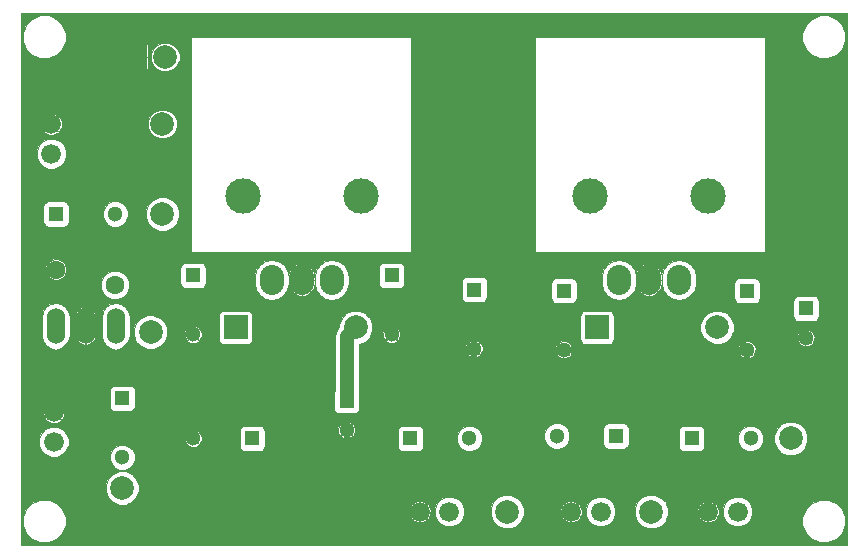
<source format=gbl>
G04 #@! TF.FileFunction,Copper,L2,Bot,Signal*
%FSLAX46Y46*%
G04 Gerber Fmt 4.6, Leading zero omitted, Abs format (unit mm)*
G04 Created by KiCad (PCBNEW 4.0.4-stable) date 09/18/16 07:16:22*
%MOMM*%
%LPD*%
G01*
G04 APERTURE LIST*
%ADD10C,0.100000*%
%ADD11R,1.300000X1.300000*%
%ADD12C,1.300000*%
%ADD13R,2.000000X2.000000*%
%ADD14C,2.000000*%
%ADD15C,1.998980*%
%ADD16R,1.998980X1.998980*%
%ADD17C,1.676400*%
%ADD18O,2.032000X2.540000*%
%ADD19C,1.600000*%
%ADD20C,3.000000*%
%ADD21O,1.524000X3.048000*%
%ADD22C,0.600000*%
%ADD23C,1.000000*%
%ADD24C,0.500000*%
%ADD25C,1.200000*%
%ADD26C,0.025400*%
G04 APERTURE END LIST*
D10*
D11*
X129400000Y-97400000D03*
D12*
X129400000Y-102400000D03*
D11*
X137000000Y-97500000D03*
D12*
X137000000Y-102500000D03*
D11*
X152500000Y-97500000D03*
D12*
X152500000Y-102500000D03*
D11*
X110600000Y-110000000D03*
D12*
X105600000Y-110000000D03*
D11*
X105600000Y-96200000D03*
D12*
X105600000Y-101200000D03*
D11*
X122400000Y-96200000D03*
D12*
X122400000Y-101200000D03*
D13*
X100700000Y-77700000D03*
D14*
X103240000Y-77700000D03*
D15*
X149960000Y-100597460D03*
D16*
X139800000Y-100597460D03*
D15*
X119360000Y-100597460D03*
D16*
X109200000Y-100597460D03*
D11*
X94000000Y-91000000D03*
D12*
X99000000Y-91000000D03*
D11*
X147800000Y-110000000D03*
D12*
X152800000Y-110000000D03*
D11*
X141400000Y-109800000D03*
D12*
X136400000Y-109800000D03*
D11*
X124000000Y-110000000D03*
D12*
X129000000Y-110000000D03*
D17*
X93600000Y-83400000D03*
X93600000Y-85900000D03*
X149200000Y-116200000D03*
X151700000Y-116200000D03*
X137600000Y-116200000D03*
X140100000Y-116200000D03*
X124800000Y-116200000D03*
X127300000Y-116200000D03*
D18*
X144200000Y-96600000D03*
X146740000Y-96600000D03*
X141660000Y-96600000D03*
X114800000Y-96600000D03*
X117340000Y-96600000D03*
X112260000Y-96600000D03*
D15*
X102000000Y-101000000D03*
X156200000Y-110000000D03*
X144400000Y-116200000D03*
X132200000Y-116200000D03*
D19*
X99000000Y-97000000D03*
X94000000Y-95700000D03*
D12*
X157500000Y-101500000D03*
D11*
X157500000Y-99000000D03*
D12*
X118600000Y-109300000D03*
D11*
X118600000Y-106800000D03*
D20*
X139200000Y-89500000D03*
X149200000Y-89500000D03*
X109800000Y-89500000D03*
X119800000Y-89500000D03*
D11*
X99600000Y-106600000D03*
D12*
X99600000Y-111600000D03*
D17*
X93800000Y-107800000D03*
X93800000Y-110300000D03*
D15*
X99600000Y-114200000D03*
X103000000Y-91000000D03*
X103000000Y-83380000D03*
D21*
X99040000Y-100500000D03*
X96500000Y-100500000D03*
X93960000Y-100500000D03*
D22*
X160000000Y-104000000D03*
X160000000Y-107500000D03*
X160000000Y-111500000D03*
X156500000Y-113000000D03*
X155000000Y-115500000D03*
X155000000Y-118500000D03*
D23*
X147500000Y-100000000D03*
X142500000Y-100000000D03*
X142500000Y-102500000D03*
X135000000Y-100000000D03*
X130000000Y-100000000D03*
X127500000Y-107500000D03*
X125000000Y-105000000D03*
X127500000Y-105000000D03*
X115000000Y-100000000D03*
X102500000Y-97500000D03*
X102500000Y-95000000D03*
X105000000Y-92500000D03*
X105000000Y-87500000D03*
X105000000Y-82500000D03*
X105000000Y-77500000D03*
X100000000Y-80000000D03*
X100000000Y-85000000D03*
X96500000Y-89000000D03*
X96000000Y-94000000D03*
X92500000Y-97500000D03*
X91500000Y-101500000D03*
X91500000Y-106500000D03*
X91500000Y-110000000D03*
X102500000Y-112500000D03*
X107500000Y-112500000D03*
X112500000Y-112500000D03*
X117500000Y-112500000D03*
X125000000Y-95000000D03*
X130000000Y-95000000D03*
X132500000Y-92500000D03*
X132500000Y-87500000D03*
X132500000Y-82500000D03*
X132500000Y-77500000D03*
X130000000Y-77500000D03*
X125000000Y-77500000D03*
X125000000Y-82500000D03*
X125000000Y-87500000D03*
X125000000Y-92500000D03*
X125000000Y-97500000D03*
X152500000Y-107500000D03*
X150000000Y-112500000D03*
X155000000Y-82500000D03*
X155000000Y-85000000D03*
X155000000Y-90000000D03*
X155000000Y-95000000D03*
X157500000Y-95000000D03*
X160000000Y-92500000D03*
X160000000Y-90000000D03*
X160000000Y-85000000D03*
X160000000Y-80000000D03*
X157500000Y-80000000D03*
X155000000Y-77500000D03*
X152500000Y-75000000D03*
X147500000Y-75000000D03*
X142500000Y-75000000D03*
X137500000Y-75000000D03*
X132500000Y-75000000D03*
X127500000Y-75000000D03*
X122500000Y-75000000D03*
X117500000Y-75000000D03*
X112500000Y-75000000D03*
X107500000Y-75000000D03*
X102500000Y-75000000D03*
X97500000Y-75000000D03*
X95000000Y-80000000D03*
X142500000Y-105000000D03*
X137500000Y-105000000D03*
X132500000Y-105000000D03*
X132500000Y-110000000D03*
X134000000Y-114400000D03*
X135000000Y-116500000D03*
X92500000Y-112500000D03*
X95000000Y-115000000D03*
X97500000Y-117500000D03*
X102500000Y-117500000D03*
X107500000Y-117500000D03*
X112500000Y-117500000D03*
X117500000Y-117500000D03*
X122500000Y-117500000D03*
D24*
X160000000Y-104000000D02*
X160000000Y-107500000D01*
X160000000Y-111500000D02*
X158500000Y-113000000D01*
X158500000Y-113000000D02*
X156500000Y-113000000D01*
X155000000Y-115500000D02*
X155000000Y-118500000D01*
X137000000Y-102500000D02*
X142500000Y-102500000D01*
X142500000Y-100000000D02*
X147500000Y-100000000D01*
X129400000Y-102400000D02*
X129400000Y-100600000D01*
X129400000Y-100600000D02*
X130000000Y-100000000D01*
X129400000Y-102400000D02*
X129400000Y-103100000D01*
X125000000Y-105000000D02*
X127500000Y-107500000D01*
X129400000Y-103100000D02*
X127500000Y-105000000D01*
X102500000Y-97500000D02*
X102500000Y-95000000D01*
X105000000Y-92500000D02*
X105000000Y-87500000D01*
X105000000Y-82500000D02*
X105000000Y-77500000D01*
X100000000Y-85000000D02*
X100000000Y-80000000D01*
X96500000Y-93500000D02*
X96500000Y-89000000D01*
X96000000Y-94000000D02*
X96500000Y-93500000D01*
X92500000Y-97500000D02*
X91500000Y-98500000D01*
X91500000Y-98500000D02*
X91500000Y-101500000D01*
X91500000Y-106500000D02*
X91500000Y-110000000D01*
X118600000Y-109300000D02*
X118600000Y-111400000D01*
X112500000Y-112500000D02*
X107500000Y-112500000D01*
X118600000Y-111400000D02*
X117500000Y-112500000D01*
X122400000Y-101200000D02*
X122400000Y-100100000D01*
X132500000Y-95000000D02*
X130000000Y-95000000D01*
X132500000Y-92500000D02*
X132500000Y-95000000D01*
X132500000Y-82500000D02*
X132500000Y-87500000D01*
X130000000Y-77500000D02*
X132500000Y-77500000D01*
X125000000Y-82500000D02*
X125000000Y-77500000D01*
X125000000Y-92500000D02*
X125000000Y-87500000D01*
X122400000Y-100100000D02*
X125000000Y-97500000D01*
X149200000Y-116200000D02*
X149200000Y-113300000D01*
X152500000Y-107500000D02*
X152500000Y-102500000D01*
X149200000Y-113300000D02*
X150000000Y-112500000D01*
X93600000Y-83400000D02*
X93600000Y-81400000D01*
X155000000Y-90000000D02*
X155000000Y-85000000D01*
X157500000Y-95000000D02*
X155000000Y-95000000D01*
X160000000Y-90000000D02*
X160000000Y-92500000D01*
X160000000Y-80000000D02*
X160000000Y-85000000D01*
X155000000Y-77500000D02*
X157500000Y-80000000D01*
X147500000Y-75000000D02*
X152500000Y-75000000D01*
X137500000Y-75000000D02*
X142500000Y-75000000D01*
X127500000Y-75000000D02*
X132500000Y-75000000D01*
X117500000Y-75000000D02*
X122500000Y-75000000D01*
X107500000Y-75000000D02*
X112500000Y-75000000D01*
X97500000Y-75000000D02*
X102500000Y-75000000D01*
X93600000Y-81400000D02*
X95000000Y-80000000D01*
X137500000Y-105000000D02*
X142500000Y-105000000D01*
X132500000Y-110000000D02*
X132500000Y-105000000D01*
X135000000Y-116500000D02*
X134000000Y-114400000D01*
X124800000Y-116200000D02*
X123800000Y-116200000D01*
X97500000Y-117500000D02*
X95000000Y-115000000D01*
X107500000Y-117500000D02*
X102500000Y-117500000D01*
X117500000Y-117500000D02*
X112500000Y-117500000D01*
X123800000Y-116200000D02*
X122500000Y-117500000D01*
D25*
X118600000Y-106800000D02*
X118600000Y-101357460D01*
X118600000Y-101357460D02*
X119360000Y-100597460D01*
D26*
G36*
X160987300Y-118987300D02*
X91012700Y-118987300D01*
X91012700Y-117358986D01*
X91186986Y-117358986D01*
X91462372Y-118025471D01*
X91971847Y-118535836D01*
X92637850Y-118812385D01*
X93358986Y-118813014D01*
X94025471Y-118537628D01*
X94535836Y-118028153D01*
X94812385Y-117362150D01*
X94812833Y-116847781D01*
X124170179Y-116847781D01*
X124269937Y-116951175D01*
X124597748Y-117096841D01*
X124956351Y-117105971D01*
X125291149Y-116977175D01*
X125330063Y-116951175D01*
X125429821Y-116847781D01*
X124800000Y-116217961D01*
X124170179Y-116847781D01*
X94812833Y-116847781D01*
X94813014Y-116641014D01*
X94695394Y-116356351D01*
X123894029Y-116356351D01*
X124022825Y-116691149D01*
X124048825Y-116730063D01*
X124152219Y-116829821D01*
X124782039Y-116200000D01*
X124817961Y-116200000D01*
X125447781Y-116829821D01*
X125551175Y-116730063D01*
X125676633Y-116447728D01*
X126048883Y-116447728D01*
X126238920Y-116907652D01*
X126590497Y-117259843D01*
X127050089Y-117450683D01*
X127547728Y-117451117D01*
X128007652Y-117261080D01*
X128359843Y-116909503D01*
X128538326Y-116479669D01*
X130787566Y-116479669D01*
X131002106Y-116998896D01*
X131399014Y-117396498D01*
X131917866Y-117611944D01*
X132479669Y-117612434D01*
X132998896Y-117397894D01*
X133396498Y-117000986D01*
X133460114Y-116847781D01*
X136970179Y-116847781D01*
X137069937Y-116951175D01*
X137397748Y-117096841D01*
X137756351Y-117105971D01*
X138091149Y-116977175D01*
X138130063Y-116951175D01*
X138229821Y-116847781D01*
X137600000Y-116217961D01*
X136970179Y-116847781D01*
X133460114Y-116847781D01*
X133611944Y-116482134D01*
X133612053Y-116356351D01*
X136694029Y-116356351D01*
X136822825Y-116691149D01*
X136848825Y-116730063D01*
X136952219Y-116829821D01*
X137582039Y-116200000D01*
X137617961Y-116200000D01*
X138247781Y-116829821D01*
X138351175Y-116730063D01*
X138476633Y-116447728D01*
X138848883Y-116447728D01*
X139038920Y-116907652D01*
X139390497Y-117259843D01*
X139850089Y-117450683D01*
X140347728Y-117451117D01*
X140807652Y-117261080D01*
X141159843Y-116909503D01*
X141338326Y-116479669D01*
X142987566Y-116479669D01*
X143202106Y-116998896D01*
X143599014Y-117396498D01*
X144117866Y-117611944D01*
X144679669Y-117612434D01*
X145198896Y-117397894D01*
X145596498Y-117000986D01*
X145660114Y-116847781D01*
X148570179Y-116847781D01*
X148669937Y-116951175D01*
X148997748Y-117096841D01*
X149356351Y-117105971D01*
X149691149Y-116977175D01*
X149730063Y-116951175D01*
X149829821Y-116847781D01*
X149200000Y-116217961D01*
X148570179Y-116847781D01*
X145660114Y-116847781D01*
X145811944Y-116482134D01*
X145812053Y-116356351D01*
X148294029Y-116356351D01*
X148422825Y-116691149D01*
X148448825Y-116730063D01*
X148552219Y-116829821D01*
X149182039Y-116200000D01*
X149217961Y-116200000D01*
X149847781Y-116829821D01*
X149951175Y-116730063D01*
X150076633Y-116447728D01*
X150448883Y-116447728D01*
X150638920Y-116907652D01*
X150990497Y-117259843D01*
X151450089Y-117450683D01*
X151947728Y-117451117D01*
X152170701Y-117358986D01*
X157186986Y-117358986D01*
X157462372Y-118025471D01*
X157971847Y-118535836D01*
X158637850Y-118812385D01*
X159358986Y-118813014D01*
X160025471Y-118537628D01*
X160535836Y-118028153D01*
X160812385Y-117362150D01*
X160813014Y-116641014D01*
X160537628Y-115974529D01*
X160028153Y-115464164D01*
X159362150Y-115187615D01*
X158641014Y-115186986D01*
X157974529Y-115462372D01*
X157464164Y-115971847D01*
X157187615Y-116637850D01*
X157186986Y-117358986D01*
X152170701Y-117358986D01*
X152407652Y-117261080D01*
X152759843Y-116909503D01*
X152950683Y-116449911D01*
X152951117Y-115952272D01*
X152761080Y-115492348D01*
X152409503Y-115140157D01*
X151949911Y-114949317D01*
X151452272Y-114948883D01*
X150992348Y-115138920D01*
X150640157Y-115490497D01*
X150449317Y-115950089D01*
X150448883Y-116447728D01*
X150076633Y-116447728D01*
X150096841Y-116402252D01*
X150105971Y-116043649D01*
X149977175Y-115708851D01*
X149951175Y-115669937D01*
X149847781Y-115570179D01*
X149217961Y-116200000D01*
X149182039Y-116200000D01*
X148552219Y-115570179D01*
X148448825Y-115669937D01*
X148303159Y-115997748D01*
X148294029Y-116356351D01*
X145812053Y-116356351D01*
X145812434Y-115920331D01*
X145660334Y-115552219D01*
X148570179Y-115552219D01*
X149200000Y-116182039D01*
X149829821Y-115552219D01*
X149730063Y-115448825D01*
X149402252Y-115303159D01*
X149043649Y-115294029D01*
X148708851Y-115422825D01*
X148669937Y-115448825D01*
X148570179Y-115552219D01*
X145660334Y-115552219D01*
X145597894Y-115401104D01*
X145200986Y-115003502D01*
X144682134Y-114788056D01*
X144120331Y-114787566D01*
X143601104Y-115002106D01*
X143203502Y-115399014D01*
X142988056Y-115917866D01*
X142987566Y-116479669D01*
X141338326Y-116479669D01*
X141350683Y-116449911D01*
X141351117Y-115952272D01*
X141161080Y-115492348D01*
X140809503Y-115140157D01*
X140349911Y-114949317D01*
X139852272Y-114948883D01*
X139392348Y-115138920D01*
X139040157Y-115490497D01*
X138849317Y-115950089D01*
X138848883Y-116447728D01*
X138476633Y-116447728D01*
X138496841Y-116402252D01*
X138505971Y-116043649D01*
X138377175Y-115708851D01*
X138351175Y-115669937D01*
X138247781Y-115570179D01*
X137617961Y-116200000D01*
X137582039Y-116200000D01*
X136952219Y-115570179D01*
X136848825Y-115669937D01*
X136703159Y-115997748D01*
X136694029Y-116356351D01*
X133612053Y-116356351D01*
X133612434Y-115920331D01*
X133460334Y-115552219D01*
X136970179Y-115552219D01*
X137600000Y-116182039D01*
X138229821Y-115552219D01*
X138130063Y-115448825D01*
X137802252Y-115303159D01*
X137443649Y-115294029D01*
X137108851Y-115422825D01*
X137069937Y-115448825D01*
X136970179Y-115552219D01*
X133460334Y-115552219D01*
X133397894Y-115401104D01*
X133000986Y-115003502D01*
X132482134Y-114788056D01*
X131920331Y-114787566D01*
X131401104Y-115002106D01*
X131003502Y-115399014D01*
X130788056Y-115917866D01*
X130787566Y-116479669D01*
X128538326Y-116479669D01*
X128550683Y-116449911D01*
X128551117Y-115952272D01*
X128361080Y-115492348D01*
X128009503Y-115140157D01*
X127549911Y-114949317D01*
X127052272Y-114948883D01*
X126592348Y-115138920D01*
X126240157Y-115490497D01*
X126049317Y-115950089D01*
X126048883Y-116447728D01*
X125676633Y-116447728D01*
X125696841Y-116402252D01*
X125705971Y-116043649D01*
X125577175Y-115708851D01*
X125551175Y-115669937D01*
X125447781Y-115570179D01*
X124817961Y-116200000D01*
X124782039Y-116200000D01*
X124152219Y-115570179D01*
X124048825Y-115669937D01*
X123903159Y-115997748D01*
X123894029Y-116356351D01*
X94695394Y-116356351D01*
X94537628Y-115974529D01*
X94028153Y-115464164D01*
X93362150Y-115187615D01*
X92641014Y-115186986D01*
X91974529Y-115462372D01*
X91464164Y-115971847D01*
X91187615Y-116637850D01*
X91186986Y-117358986D01*
X91012700Y-117358986D01*
X91012700Y-114479669D01*
X98187566Y-114479669D01*
X98402106Y-114998896D01*
X98799014Y-115396498D01*
X99317866Y-115611944D01*
X99879669Y-115612434D01*
X100025400Y-115552219D01*
X124170179Y-115552219D01*
X124800000Y-116182039D01*
X125429821Y-115552219D01*
X125330063Y-115448825D01*
X125002252Y-115303159D01*
X124643649Y-115294029D01*
X124308851Y-115422825D01*
X124269937Y-115448825D01*
X124170179Y-115552219D01*
X100025400Y-115552219D01*
X100398896Y-115397894D01*
X100796498Y-115000986D01*
X101011944Y-114482134D01*
X101012434Y-113920331D01*
X100797894Y-113401104D01*
X100400986Y-113003502D01*
X99882134Y-112788056D01*
X99320331Y-112787566D01*
X98801104Y-113002106D01*
X98403502Y-113399014D01*
X98188056Y-113917866D01*
X98187566Y-114479669D01*
X91012700Y-114479669D01*
X91012700Y-111810457D01*
X98537115Y-111810457D01*
X98698561Y-112201185D01*
X98997243Y-112500388D01*
X99387688Y-112662516D01*
X99810457Y-112662885D01*
X100201185Y-112501439D01*
X100500388Y-112202757D01*
X100662516Y-111812312D01*
X100662885Y-111389543D01*
X100501439Y-110998815D01*
X100202757Y-110699612D01*
X99812312Y-110537484D01*
X99389543Y-110537115D01*
X98998815Y-110698561D01*
X98699612Y-110997243D01*
X98537484Y-111387688D01*
X98537115Y-111810457D01*
X91012700Y-111810457D01*
X91012700Y-110547728D01*
X92548883Y-110547728D01*
X92738920Y-111007652D01*
X93090497Y-111359843D01*
X93550089Y-111550683D01*
X94047728Y-111551117D01*
X94507652Y-111361080D01*
X94859843Y-111009503D01*
X95050683Y-110549911D01*
X95050715Y-110512080D01*
X105105881Y-110512080D01*
X105182739Y-110595917D01*
X105442549Y-110710234D01*
X105726330Y-110716424D01*
X105990877Y-110613545D01*
X106017261Y-110595917D01*
X106094119Y-110512080D01*
X105600000Y-110017961D01*
X105105881Y-110512080D01*
X95050715Y-110512080D01*
X95051052Y-110126330D01*
X104883576Y-110126330D01*
X104986455Y-110390877D01*
X105004083Y-110417261D01*
X105087920Y-110494119D01*
X105582039Y-110000000D01*
X105617961Y-110000000D01*
X106112080Y-110494119D01*
X106195917Y-110417261D01*
X106310234Y-110157451D01*
X106316424Y-109873670D01*
X106213545Y-109609123D01*
X106195917Y-109582739D01*
X106112080Y-109505881D01*
X105617961Y-110000000D01*
X105582039Y-110000000D01*
X105087920Y-109505881D01*
X105004083Y-109582739D01*
X104889766Y-109842549D01*
X104883576Y-110126330D01*
X95051052Y-110126330D01*
X95051117Y-110052272D01*
X94861080Y-109592348D01*
X94756835Y-109487920D01*
X105105881Y-109487920D01*
X105600000Y-109982039D01*
X106094119Y-109487920D01*
X106017261Y-109404083D01*
X105894346Y-109350000D01*
X109529215Y-109350000D01*
X109529215Y-110650000D01*
X109557992Y-110802937D01*
X109648378Y-110943401D01*
X109786291Y-111037633D01*
X109950000Y-111070785D01*
X111250000Y-111070785D01*
X111402937Y-111042008D01*
X111543401Y-110951622D01*
X111637633Y-110813709D01*
X111670785Y-110650000D01*
X111670785Y-109812080D01*
X118105881Y-109812080D01*
X118182739Y-109895917D01*
X118442549Y-110010234D01*
X118726330Y-110016424D01*
X118990877Y-109913545D01*
X119017261Y-109895917D01*
X119094119Y-109812080D01*
X118600000Y-109317961D01*
X118105881Y-109812080D01*
X111670785Y-109812080D01*
X111670785Y-109426330D01*
X117883576Y-109426330D01*
X117986455Y-109690877D01*
X118004083Y-109717261D01*
X118087920Y-109794119D01*
X118582039Y-109300000D01*
X118617961Y-109300000D01*
X119112080Y-109794119D01*
X119195917Y-109717261D01*
X119310234Y-109457451D01*
X119312577Y-109350000D01*
X122929215Y-109350000D01*
X122929215Y-110650000D01*
X122957992Y-110802937D01*
X123048378Y-110943401D01*
X123186291Y-111037633D01*
X123350000Y-111070785D01*
X124650000Y-111070785D01*
X124802937Y-111042008D01*
X124943401Y-110951622D01*
X125037633Y-110813709D01*
X125070785Y-110650000D01*
X125070785Y-110210457D01*
X127937115Y-110210457D01*
X128098561Y-110601185D01*
X128397243Y-110900388D01*
X128787688Y-111062516D01*
X129210457Y-111062885D01*
X129601185Y-110901439D01*
X129900388Y-110602757D01*
X130062516Y-110212312D01*
X130062692Y-110010457D01*
X135337115Y-110010457D01*
X135498561Y-110401185D01*
X135797243Y-110700388D01*
X136187688Y-110862516D01*
X136610457Y-110862885D01*
X137001185Y-110701439D01*
X137300388Y-110402757D01*
X137462516Y-110012312D01*
X137462885Y-109589543D01*
X137301439Y-109198815D01*
X137252710Y-109150000D01*
X140329215Y-109150000D01*
X140329215Y-110450000D01*
X140357992Y-110602937D01*
X140448378Y-110743401D01*
X140586291Y-110837633D01*
X140750000Y-110870785D01*
X142050000Y-110870785D01*
X142202937Y-110842008D01*
X142343401Y-110751622D01*
X142437633Y-110613709D01*
X142470785Y-110450000D01*
X142470785Y-109350000D01*
X146729215Y-109350000D01*
X146729215Y-110650000D01*
X146757992Y-110802937D01*
X146848378Y-110943401D01*
X146986291Y-111037633D01*
X147150000Y-111070785D01*
X148450000Y-111070785D01*
X148602937Y-111042008D01*
X148743401Y-110951622D01*
X148837633Y-110813709D01*
X148870785Y-110650000D01*
X148870785Y-110210457D01*
X151737115Y-110210457D01*
X151898561Y-110601185D01*
X152197243Y-110900388D01*
X152587688Y-111062516D01*
X153010457Y-111062885D01*
X153401185Y-110901439D01*
X153700388Y-110602757D01*
X153834546Y-110279669D01*
X154787566Y-110279669D01*
X155002106Y-110798896D01*
X155399014Y-111196498D01*
X155917866Y-111411944D01*
X156479669Y-111412434D01*
X156998896Y-111197894D01*
X157396498Y-110800986D01*
X157611944Y-110282134D01*
X157612434Y-109720331D01*
X157397894Y-109201104D01*
X157000986Y-108803502D01*
X156482134Y-108588056D01*
X155920331Y-108587566D01*
X155401104Y-108802106D01*
X155003502Y-109199014D01*
X154788056Y-109717866D01*
X154787566Y-110279669D01*
X153834546Y-110279669D01*
X153862516Y-110212312D01*
X153862885Y-109789543D01*
X153701439Y-109398815D01*
X153402757Y-109099612D01*
X153012312Y-108937484D01*
X152589543Y-108937115D01*
X152198815Y-109098561D01*
X151899612Y-109397243D01*
X151737484Y-109787688D01*
X151737115Y-110210457D01*
X148870785Y-110210457D01*
X148870785Y-109350000D01*
X148842008Y-109197063D01*
X148751622Y-109056599D01*
X148613709Y-108962367D01*
X148450000Y-108929215D01*
X147150000Y-108929215D01*
X146997063Y-108957992D01*
X146856599Y-109048378D01*
X146762367Y-109186291D01*
X146729215Y-109350000D01*
X142470785Y-109350000D01*
X142470785Y-109150000D01*
X142442008Y-108997063D01*
X142351622Y-108856599D01*
X142213709Y-108762367D01*
X142050000Y-108729215D01*
X140750000Y-108729215D01*
X140597063Y-108757992D01*
X140456599Y-108848378D01*
X140362367Y-108986291D01*
X140329215Y-109150000D01*
X137252710Y-109150000D01*
X137002757Y-108899612D01*
X136612312Y-108737484D01*
X136189543Y-108737115D01*
X135798815Y-108898561D01*
X135499612Y-109197243D01*
X135337484Y-109587688D01*
X135337115Y-110010457D01*
X130062692Y-110010457D01*
X130062885Y-109789543D01*
X129901439Y-109398815D01*
X129602757Y-109099612D01*
X129212312Y-108937484D01*
X128789543Y-108937115D01*
X128398815Y-109098561D01*
X128099612Y-109397243D01*
X127937484Y-109787688D01*
X127937115Y-110210457D01*
X125070785Y-110210457D01*
X125070785Y-109350000D01*
X125042008Y-109197063D01*
X124951622Y-109056599D01*
X124813709Y-108962367D01*
X124650000Y-108929215D01*
X123350000Y-108929215D01*
X123197063Y-108957992D01*
X123056599Y-109048378D01*
X122962367Y-109186291D01*
X122929215Y-109350000D01*
X119312577Y-109350000D01*
X119316424Y-109173670D01*
X119213545Y-108909123D01*
X119195917Y-108882739D01*
X119112080Y-108805881D01*
X118617961Y-109300000D01*
X118582039Y-109300000D01*
X118087920Y-108805881D01*
X118004083Y-108882739D01*
X117889766Y-109142549D01*
X117883576Y-109426330D01*
X111670785Y-109426330D01*
X111670785Y-109350000D01*
X111642008Y-109197063D01*
X111551622Y-109056599D01*
X111413709Y-108962367D01*
X111250000Y-108929215D01*
X109950000Y-108929215D01*
X109797063Y-108957992D01*
X109656599Y-109048378D01*
X109562367Y-109186291D01*
X109529215Y-109350000D01*
X105894346Y-109350000D01*
X105757451Y-109289766D01*
X105473670Y-109283576D01*
X105209123Y-109386455D01*
X105182739Y-109404083D01*
X105105881Y-109487920D01*
X94756835Y-109487920D01*
X94509503Y-109240157D01*
X94049911Y-109049317D01*
X93552272Y-109048883D01*
X93092348Y-109238920D01*
X92740157Y-109590497D01*
X92549317Y-110050089D01*
X92548883Y-110547728D01*
X91012700Y-110547728D01*
X91012700Y-108787920D01*
X118105881Y-108787920D01*
X118600000Y-109282039D01*
X119094119Y-108787920D01*
X119017261Y-108704083D01*
X118757451Y-108589766D01*
X118473670Y-108583576D01*
X118209123Y-108686455D01*
X118182739Y-108704083D01*
X118105881Y-108787920D01*
X91012700Y-108787920D01*
X91012700Y-108447781D01*
X93170179Y-108447781D01*
X93269937Y-108551175D01*
X93597748Y-108696841D01*
X93956351Y-108705971D01*
X94291149Y-108577175D01*
X94330063Y-108551175D01*
X94429821Y-108447781D01*
X93800000Y-107817961D01*
X93170179Y-108447781D01*
X91012700Y-108447781D01*
X91012700Y-107956351D01*
X92894029Y-107956351D01*
X93022825Y-108291149D01*
X93048825Y-108330063D01*
X93152219Y-108429821D01*
X93782039Y-107800000D01*
X93817961Y-107800000D01*
X94447781Y-108429821D01*
X94551175Y-108330063D01*
X94696841Y-108002252D01*
X94705971Y-107643649D01*
X94577175Y-107308851D01*
X94551175Y-107269937D01*
X94447781Y-107170179D01*
X93817961Y-107800000D01*
X93782039Y-107800000D01*
X93152219Y-107170179D01*
X93048825Y-107269937D01*
X92903159Y-107597748D01*
X92894029Y-107956351D01*
X91012700Y-107956351D01*
X91012700Y-107152219D01*
X93170179Y-107152219D01*
X93800000Y-107782039D01*
X94429821Y-107152219D01*
X94330063Y-107048825D01*
X94002252Y-106903159D01*
X93643649Y-106894029D01*
X93308851Y-107022825D01*
X93269937Y-107048825D01*
X93170179Y-107152219D01*
X91012700Y-107152219D01*
X91012700Y-105950000D01*
X98529215Y-105950000D01*
X98529215Y-107250000D01*
X98557992Y-107402937D01*
X98648378Y-107543401D01*
X98786291Y-107637633D01*
X98950000Y-107670785D01*
X100250000Y-107670785D01*
X100402937Y-107642008D01*
X100543401Y-107551622D01*
X100637633Y-107413709D01*
X100670785Y-107250000D01*
X100670785Y-106150000D01*
X117529215Y-106150000D01*
X117529215Y-107450000D01*
X117557992Y-107602937D01*
X117648378Y-107743401D01*
X117786291Y-107837633D01*
X117950000Y-107870785D01*
X119250000Y-107870785D01*
X119402937Y-107842008D01*
X119543401Y-107751622D01*
X119637633Y-107613709D01*
X119670785Y-107450000D01*
X119670785Y-106150000D01*
X119642008Y-105997063D01*
X119612700Y-105951517D01*
X119612700Y-102912080D01*
X128905881Y-102912080D01*
X128982739Y-102995917D01*
X129242549Y-103110234D01*
X129526330Y-103116424D01*
X129790877Y-103013545D01*
X129793069Y-103012080D01*
X136505881Y-103012080D01*
X136582739Y-103095917D01*
X136842549Y-103210234D01*
X137126330Y-103216424D01*
X137390877Y-103113545D01*
X137417261Y-103095917D01*
X137494119Y-103012080D01*
X152005881Y-103012080D01*
X152082739Y-103095917D01*
X152342549Y-103210234D01*
X152626330Y-103216424D01*
X152890877Y-103113545D01*
X152917261Y-103095917D01*
X152994119Y-103012080D01*
X152500000Y-102517961D01*
X152005881Y-103012080D01*
X137494119Y-103012080D01*
X137000000Y-102517961D01*
X136505881Y-103012080D01*
X129793069Y-103012080D01*
X129817261Y-102995917D01*
X129894119Y-102912080D01*
X129400000Y-102417961D01*
X128905881Y-102912080D01*
X119612700Y-102912080D01*
X119612700Y-102526330D01*
X128683576Y-102526330D01*
X128786455Y-102790877D01*
X128804083Y-102817261D01*
X128887920Y-102894119D01*
X129382039Y-102400000D01*
X129417961Y-102400000D01*
X129912080Y-102894119D01*
X129995917Y-102817261D01*
X130079927Y-102626330D01*
X136283576Y-102626330D01*
X136386455Y-102890877D01*
X136404083Y-102917261D01*
X136487920Y-102994119D01*
X136982039Y-102500000D01*
X137017961Y-102500000D01*
X137512080Y-102994119D01*
X137595917Y-102917261D01*
X137710234Y-102657451D01*
X137710912Y-102626330D01*
X151783576Y-102626330D01*
X151886455Y-102890877D01*
X151904083Y-102917261D01*
X151987920Y-102994119D01*
X152482039Y-102500000D01*
X152517961Y-102500000D01*
X153012080Y-102994119D01*
X153095917Y-102917261D01*
X153210234Y-102657451D01*
X153216424Y-102373670D01*
X153113545Y-102109123D01*
X153095917Y-102082739D01*
X153018842Y-102012080D01*
X157005881Y-102012080D01*
X157082739Y-102095917D01*
X157342549Y-102210234D01*
X157626330Y-102216424D01*
X157890877Y-102113545D01*
X157917261Y-102095917D01*
X157994119Y-102012080D01*
X157500000Y-101517961D01*
X157005881Y-102012080D01*
X153018842Y-102012080D01*
X153012080Y-102005881D01*
X152517961Y-102500000D01*
X152482039Y-102500000D01*
X151987920Y-102005881D01*
X151904083Y-102082739D01*
X151789766Y-102342549D01*
X151783576Y-102626330D01*
X137710912Y-102626330D01*
X137716424Y-102373670D01*
X137613545Y-102109123D01*
X137595917Y-102082739D01*
X137512080Y-102005881D01*
X137017961Y-102500000D01*
X136982039Y-102500000D01*
X136487920Y-102005881D01*
X136404083Y-102082739D01*
X136289766Y-102342549D01*
X136283576Y-102626330D01*
X130079927Y-102626330D01*
X130110234Y-102557451D01*
X130116424Y-102273670D01*
X130013545Y-102009123D01*
X129999379Y-101987920D01*
X136505881Y-101987920D01*
X137000000Y-102482039D01*
X137494119Y-101987920D01*
X137417261Y-101904083D01*
X137157451Y-101789766D01*
X136873670Y-101783576D01*
X136609123Y-101886455D01*
X136582739Y-101904083D01*
X136505881Y-101987920D01*
X129999379Y-101987920D01*
X129995917Y-101982739D01*
X129912080Y-101905881D01*
X129417961Y-102400000D01*
X129382039Y-102400000D01*
X128887920Y-101905881D01*
X128804083Y-101982739D01*
X128689766Y-102242549D01*
X128683576Y-102526330D01*
X119612700Y-102526330D01*
X119612700Y-102009870D01*
X119639669Y-102009894D01*
X120158896Y-101795354D01*
X120242315Y-101712080D01*
X121905881Y-101712080D01*
X121982739Y-101795917D01*
X122242549Y-101910234D01*
X122526330Y-101916424D01*
X122599626Y-101887920D01*
X128905881Y-101887920D01*
X129400000Y-102382039D01*
X129894119Y-101887920D01*
X129817261Y-101804083D01*
X129557451Y-101689766D01*
X129273670Y-101683576D01*
X129009123Y-101786455D01*
X128982739Y-101804083D01*
X128905881Y-101887920D01*
X122599626Y-101887920D01*
X122790877Y-101813545D01*
X122817261Y-101795917D01*
X122894119Y-101712080D01*
X122400000Y-101217961D01*
X121905881Y-101712080D01*
X120242315Y-101712080D01*
X120556498Y-101398446D01*
X120586443Y-101326330D01*
X121683576Y-101326330D01*
X121786455Y-101590877D01*
X121804083Y-101617261D01*
X121887920Y-101694119D01*
X122382039Y-101200000D01*
X122417961Y-101200000D01*
X122912080Y-101694119D01*
X122995917Y-101617261D01*
X123110234Y-101357451D01*
X123116424Y-101073670D01*
X123013545Y-100809123D01*
X122995917Y-100782739D01*
X122912080Y-100705881D01*
X122417961Y-101200000D01*
X122382039Y-101200000D01*
X121887920Y-100705881D01*
X121804083Y-100782739D01*
X121689766Y-101042549D01*
X121683576Y-101326330D01*
X120586443Y-101326330D01*
X120771944Y-100879594D01*
X120772111Y-100687920D01*
X121905881Y-100687920D01*
X122400000Y-101182039D01*
X122894119Y-100687920D01*
X122817261Y-100604083D01*
X122557451Y-100489766D01*
X122273670Y-100483576D01*
X122009123Y-100586455D01*
X121982739Y-100604083D01*
X121905881Y-100687920D01*
X120772111Y-100687920D01*
X120772434Y-100317791D01*
X120557894Y-99798564D01*
X120357651Y-99597970D01*
X138379725Y-99597970D01*
X138379725Y-101596950D01*
X138408502Y-101749887D01*
X138498888Y-101890351D01*
X138636801Y-101984583D01*
X138800510Y-102017735D01*
X140799490Y-102017735D01*
X140952427Y-101988958D01*
X141092891Y-101898572D01*
X141187123Y-101760659D01*
X141220275Y-101596950D01*
X141220275Y-100877129D01*
X148547566Y-100877129D01*
X148762106Y-101396356D01*
X149159014Y-101793958D01*
X149677866Y-102009404D01*
X150239669Y-102009894D01*
X150292850Y-101987920D01*
X152005881Y-101987920D01*
X152500000Y-102482039D01*
X152994119Y-101987920D01*
X152917261Y-101904083D01*
X152657451Y-101789766D01*
X152373670Y-101783576D01*
X152109123Y-101886455D01*
X152082739Y-101904083D01*
X152005881Y-101987920D01*
X150292850Y-101987920D01*
X150758896Y-101795354D01*
X150928215Y-101626330D01*
X156783576Y-101626330D01*
X156886455Y-101890877D01*
X156904083Y-101917261D01*
X156987920Y-101994119D01*
X157482039Y-101500000D01*
X157517961Y-101500000D01*
X158012080Y-101994119D01*
X158095917Y-101917261D01*
X158210234Y-101657451D01*
X158216424Y-101373670D01*
X158113545Y-101109123D01*
X158095917Y-101082739D01*
X158012080Y-101005881D01*
X157517961Y-101500000D01*
X157482039Y-101500000D01*
X156987920Y-101005881D01*
X156904083Y-101082739D01*
X156789766Y-101342549D01*
X156783576Y-101626330D01*
X150928215Y-101626330D01*
X151156498Y-101398446D01*
X151326963Y-100987920D01*
X157005881Y-100987920D01*
X157500000Y-101482039D01*
X157994119Y-100987920D01*
X157917261Y-100904083D01*
X157657451Y-100789766D01*
X157373670Y-100783576D01*
X157109123Y-100886455D01*
X157082739Y-100904083D01*
X157005881Y-100987920D01*
X151326963Y-100987920D01*
X151371944Y-100879594D01*
X151372434Y-100317791D01*
X151157894Y-99798564D01*
X150760986Y-99400962D01*
X150242134Y-99185516D01*
X149680331Y-99185026D01*
X149161104Y-99399566D01*
X148763502Y-99796474D01*
X148548056Y-100315326D01*
X148547566Y-100877129D01*
X141220275Y-100877129D01*
X141220275Y-99597970D01*
X141191498Y-99445033D01*
X141101112Y-99304569D01*
X140963199Y-99210337D01*
X140799490Y-99177185D01*
X138800510Y-99177185D01*
X138647573Y-99205962D01*
X138507109Y-99296348D01*
X138412877Y-99434261D01*
X138379725Y-99597970D01*
X120357651Y-99597970D01*
X120160986Y-99400962D01*
X119642134Y-99185516D01*
X119080331Y-99185026D01*
X118561104Y-99399566D01*
X118163502Y-99796474D01*
X117948056Y-100315326D01*
X117947827Y-100577459D01*
X117883913Y-100641373D01*
X117664387Y-100969916D01*
X117587300Y-101357460D01*
X117587300Y-105949800D01*
X117562367Y-105986291D01*
X117529215Y-106150000D01*
X100670785Y-106150000D01*
X100670785Y-105950000D01*
X100642008Y-105797063D01*
X100551622Y-105656599D01*
X100413709Y-105562367D01*
X100250000Y-105529215D01*
X98950000Y-105529215D01*
X98797063Y-105557992D01*
X98656599Y-105648378D01*
X98562367Y-105786291D01*
X98529215Y-105950000D01*
X91012700Y-105950000D01*
X91012700Y-99700058D01*
X92785300Y-99700058D01*
X92785300Y-101299942D01*
X92874719Y-101749480D01*
X93129362Y-102130580D01*
X93510462Y-102385223D01*
X93960000Y-102474642D01*
X94409538Y-102385223D01*
X94790638Y-102130580D01*
X95045281Y-101749480D01*
X95134700Y-101299942D01*
X95134700Y-100512700D01*
X95674500Y-100512700D01*
X95674500Y-101274700D01*
X95742198Y-101589638D01*
X95925264Y-101854696D01*
X96195828Y-102029522D01*
X96358335Y-102075253D01*
X96487300Y-102071525D01*
X96487300Y-100512700D01*
X96512700Y-100512700D01*
X96512700Y-102071525D01*
X96641665Y-102075253D01*
X96804172Y-102029522D01*
X97074736Y-101854696D01*
X97257802Y-101589638D01*
X97325500Y-101274700D01*
X97325500Y-100512700D01*
X96512700Y-100512700D01*
X96487300Y-100512700D01*
X95674500Y-100512700D01*
X95134700Y-100512700D01*
X95134700Y-99725300D01*
X95674500Y-99725300D01*
X95674500Y-100487300D01*
X96487300Y-100487300D01*
X96487300Y-98928475D01*
X96512700Y-98928475D01*
X96512700Y-100487300D01*
X97325500Y-100487300D01*
X97325500Y-99725300D01*
X97320075Y-99700058D01*
X97865300Y-99700058D01*
X97865300Y-101299942D01*
X97954719Y-101749480D01*
X98209362Y-102130580D01*
X98590462Y-102385223D01*
X99040000Y-102474642D01*
X99489538Y-102385223D01*
X99870638Y-102130580D01*
X100125281Y-101749480D01*
X100214700Y-101299942D01*
X100214700Y-101279669D01*
X100587566Y-101279669D01*
X100802106Y-101798896D01*
X101199014Y-102196498D01*
X101717866Y-102411944D01*
X102279669Y-102412434D01*
X102798896Y-102197894D01*
X103196498Y-101800986D01*
X103233414Y-101712080D01*
X105105881Y-101712080D01*
X105182739Y-101795917D01*
X105442549Y-101910234D01*
X105726330Y-101916424D01*
X105990877Y-101813545D01*
X106017261Y-101795917D01*
X106094119Y-101712080D01*
X105600000Y-101217961D01*
X105105881Y-101712080D01*
X103233414Y-101712080D01*
X103393592Y-101326330D01*
X104883576Y-101326330D01*
X104986455Y-101590877D01*
X105004083Y-101617261D01*
X105087920Y-101694119D01*
X105582039Y-101200000D01*
X105617961Y-101200000D01*
X106112080Y-101694119D01*
X106195917Y-101617261D01*
X106310234Y-101357451D01*
X106316424Y-101073670D01*
X106213545Y-100809123D01*
X106195917Y-100782739D01*
X106112080Y-100705881D01*
X105617961Y-101200000D01*
X105582039Y-101200000D01*
X105087920Y-100705881D01*
X105004083Y-100782739D01*
X104889766Y-101042549D01*
X104883576Y-101326330D01*
X103393592Y-101326330D01*
X103411944Y-101282134D01*
X103412434Y-100720331D01*
X103399043Y-100687920D01*
X105105881Y-100687920D01*
X105600000Y-101182039D01*
X106094119Y-100687920D01*
X106017261Y-100604083D01*
X105757451Y-100489766D01*
X105473670Y-100483576D01*
X105209123Y-100586455D01*
X105182739Y-100604083D01*
X105105881Y-100687920D01*
X103399043Y-100687920D01*
X103197894Y-100201104D01*
X102800986Y-99803502D01*
X102306010Y-99597970D01*
X107779725Y-99597970D01*
X107779725Y-101596950D01*
X107808502Y-101749887D01*
X107898888Y-101890351D01*
X108036801Y-101984583D01*
X108200510Y-102017735D01*
X110199490Y-102017735D01*
X110352427Y-101988958D01*
X110492891Y-101898572D01*
X110587123Y-101760659D01*
X110620275Y-101596950D01*
X110620275Y-99597970D01*
X110591498Y-99445033D01*
X110501112Y-99304569D01*
X110363199Y-99210337D01*
X110199490Y-99177185D01*
X108200510Y-99177185D01*
X108047573Y-99205962D01*
X107907109Y-99296348D01*
X107812877Y-99434261D01*
X107779725Y-99597970D01*
X102306010Y-99597970D01*
X102282134Y-99588056D01*
X101720331Y-99587566D01*
X101201104Y-99802106D01*
X100803502Y-100199014D01*
X100588056Y-100717866D01*
X100587566Y-101279669D01*
X100214700Y-101279669D01*
X100214700Y-99700058D01*
X100125281Y-99250520D01*
X99870638Y-98869420D01*
X99489538Y-98614777D01*
X99040000Y-98525358D01*
X98590462Y-98614777D01*
X98209362Y-98869420D01*
X97954719Y-99250520D01*
X97865300Y-99700058D01*
X97320075Y-99700058D01*
X97257802Y-99410362D01*
X97074736Y-99145304D01*
X96804172Y-98970478D01*
X96641665Y-98924747D01*
X96512700Y-98928475D01*
X96487300Y-98928475D01*
X96358335Y-98924747D01*
X96195828Y-98970478D01*
X95925264Y-99145304D01*
X95742198Y-99410362D01*
X95674500Y-99725300D01*
X95134700Y-99725300D01*
X95134700Y-99700058D01*
X95045281Y-99250520D01*
X94790638Y-98869420D01*
X94409538Y-98614777D01*
X93960000Y-98525358D01*
X93510462Y-98614777D01*
X93129362Y-98869420D01*
X92874719Y-99250520D01*
X92785300Y-99700058D01*
X91012700Y-99700058D01*
X91012700Y-97240163D01*
X97787090Y-97240163D01*
X97971324Y-97686042D01*
X98312164Y-98027477D01*
X98757721Y-98212489D01*
X99240163Y-98212910D01*
X99686042Y-98028676D01*
X100027477Y-97687836D01*
X100212489Y-97242279D01*
X100212910Y-96759837D01*
X100028676Y-96313958D01*
X99687836Y-95972523D01*
X99242279Y-95787511D01*
X98759837Y-95787090D01*
X98313958Y-95971324D01*
X97972523Y-96312164D01*
X97787511Y-96757721D01*
X97787090Y-97240163D01*
X91012700Y-97240163D01*
X91012700Y-96320238D01*
X93397723Y-96320238D01*
X93492833Y-96419663D01*
X93806841Y-96558966D01*
X94150257Y-96567501D01*
X94470797Y-96443965D01*
X94507167Y-96419663D01*
X94602277Y-96320238D01*
X94000000Y-95717961D01*
X93397723Y-96320238D01*
X91012700Y-96320238D01*
X91012700Y-95850257D01*
X93132499Y-95850257D01*
X93256035Y-96170797D01*
X93280337Y-96207167D01*
X93379762Y-96302277D01*
X93982039Y-95700000D01*
X94017961Y-95700000D01*
X94620238Y-96302277D01*
X94719663Y-96207167D01*
X94858966Y-95893159D01*
X94867494Y-95550000D01*
X104529215Y-95550000D01*
X104529215Y-96850000D01*
X104557992Y-97002937D01*
X104648378Y-97143401D01*
X104786291Y-97237633D01*
X104950000Y-97270785D01*
X106250000Y-97270785D01*
X106402937Y-97242008D01*
X106543401Y-97151622D01*
X106637633Y-97013709D01*
X106670785Y-96850000D01*
X106670785Y-96313034D01*
X110831300Y-96313034D01*
X110831300Y-96886966D01*
X110940053Y-97433706D01*
X111249757Y-97897209D01*
X111713260Y-98206913D01*
X112260000Y-98315666D01*
X112806740Y-98206913D01*
X113270243Y-97897209D01*
X113579947Y-97433706D01*
X113688700Y-96886966D01*
X113688700Y-96612700D01*
X113720500Y-96612700D01*
X113720500Y-96866700D01*
X113807532Y-97278840D01*
X114045658Y-97626302D01*
X114398626Y-97856188D01*
X114618597Y-97918149D01*
X114787300Y-97917549D01*
X114787300Y-96612700D01*
X114812700Y-96612700D01*
X114812700Y-97917549D01*
X114981403Y-97918149D01*
X115201374Y-97856188D01*
X115554342Y-97626302D01*
X115792468Y-97278840D01*
X115879500Y-96866700D01*
X115879500Y-96612700D01*
X114812700Y-96612700D01*
X114787300Y-96612700D01*
X113720500Y-96612700D01*
X113688700Y-96612700D01*
X113688700Y-96333300D01*
X113720500Y-96333300D01*
X113720500Y-96587300D01*
X114787300Y-96587300D01*
X114787300Y-95282451D01*
X114812700Y-95282451D01*
X114812700Y-96587300D01*
X115879500Y-96587300D01*
X115879500Y-96333300D01*
X115875221Y-96313034D01*
X115911300Y-96313034D01*
X115911300Y-96886966D01*
X116020053Y-97433706D01*
X116329757Y-97897209D01*
X116793260Y-98206913D01*
X117340000Y-98315666D01*
X117886740Y-98206913D01*
X118350243Y-97897209D01*
X118659947Y-97433706D01*
X118768700Y-96886966D01*
X118768700Y-96313034D01*
X118659947Y-95766294D01*
X118515424Y-95550000D01*
X121329215Y-95550000D01*
X121329215Y-96850000D01*
X121357992Y-97002937D01*
X121448378Y-97143401D01*
X121586291Y-97237633D01*
X121750000Y-97270785D01*
X123050000Y-97270785D01*
X123202937Y-97242008D01*
X123343401Y-97151622D01*
X123437633Y-97013709D01*
X123470785Y-96850000D01*
X123470785Y-96750000D01*
X128329215Y-96750000D01*
X128329215Y-98050000D01*
X128357992Y-98202937D01*
X128448378Y-98343401D01*
X128586291Y-98437633D01*
X128750000Y-98470785D01*
X130050000Y-98470785D01*
X130202937Y-98442008D01*
X130343401Y-98351622D01*
X130437633Y-98213709D01*
X130470785Y-98050000D01*
X130470785Y-96850000D01*
X135929215Y-96850000D01*
X135929215Y-98150000D01*
X135957992Y-98302937D01*
X136048378Y-98443401D01*
X136186291Y-98537633D01*
X136350000Y-98570785D01*
X137650000Y-98570785D01*
X137802937Y-98542008D01*
X137943401Y-98451622D01*
X138037633Y-98313709D01*
X138070785Y-98150000D01*
X138070785Y-96850000D01*
X138042008Y-96697063D01*
X137951622Y-96556599D01*
X137813709Y-96462367D01*
X137650000Y-96429215D01*
X136350000Y-96429215D01*
X136197063Y-96457992D01*
X136056599Y-96548378D01*
X135962367Y-96686291D01*
X135929215Y-96850000D01*
X130470785Y-96850000D01*
X130470785Y-96750000D01*
X130442008Y-96597063D01*
X130351622Y-96456599D01*
X130213709Y-96362367D01*
X130050000Y-96329215D01*
X128750000Y-96329215D01*
X128597063Y-96357992D01*
X128456599Y-96448378D01*
X128362367Y-96586291D01*
X128329215Y-96750000D01*
X123470785Y-96750000D01*
X123470785Y-96313034D01*
X140231300Y-96313034D01*
X140231300Y-96886966D01*
X140340053Y-97433706D01*
X140649757Y-97897209D01*
X141113260Y-98206913D01*
X141660000Y-98315666D01*
X142206740Y-98206913D01*
X142670243Y-97897209D01*
X142979947Y-97433706D01*
X143088700Y-96886966D01*
X143088700Y-96612700D01*
X143120500Y-96612700D01*
X143120500Y-96866700D01*
X143207532Y-97278840D01*
X143445658Y-97626302D01*
X143798626Y-97856188D01*
X144018597Y-97918149D01*
X144187300Y-97917549D01*
X144187300Y-96612700D01*
X144212700Y-96612700D01*
X144212700Y-97917549D01*
X144381403Y-97918149D01*
X144601374Y-97856188D01*
X144954342Y-97626302D01*
X145192468Y-97278840D01*
X145279500Y-96866700D01*
X145279500Y-96612700D01*
X144212700Y-96612700D01*
X144187300Y-96612700D01*
X143120500Y-96612700D01*
X143088700Y-96612700D01*
X143088700Y-96333300D01*
X143120500Y-96333300D01*
X143120500Y-96587300D01*
X144187300Y-96587300D01*
X144187300Y-95282451D01*
X144212700Y-95282451D01*
X144212700Y-96587300D01*
X145279500Y-96587300D01*
X145279500Y-96333300D01*
X145275221Y-96313034D01*
X145311300Y-96313034D01*
X145311300Y-96886966D01*
X145420053Y-97433706D01*
X145729757Y-97897209D01*
X146193260Y-98206913D01*
X146740000Y-98315666D01*
X147286740Y-98206913D01*
X147750243Y-97897209D01*
X148059947Y-97433706D01*
X148168700Y-96886966D01*
X148168700Y-96850000D01*
X151429215Y-96850000D01*
X151429215Y-98150000D01*
X151457992Y-98302937D01*
X151548378Y-98443401D01*
X151686291Y-98537633D01*
X151850000Y-98570785D01*
X153150000Y-98570785D01*
X153302937Y-98542008D01*
X153443401Y-98451622D01*
X153512836Y-98350000D01*
X156429215Y-98350000D01*
X156429215Y-99650000D01*
X156457992Y-99802937D01*
X156548378Y-99943401D01*
X156686291Y-100037633D01*
X156850000Y-100070785D01*
X158150000Y-100070785D01*
X158302937Y-100042008D01*
X158443401Y-99951622D01*
X158537633Y-99813709D01*
X158570785Y-99650000D01*
X158570785Y-98350000D01*
X158542008Y-98197063D01*
X158451622Y-98056599D01*
X158313709Y-97962367D01*
X158150000Y-97929215D01*
X156850000Y-97929215D01*
X156697063Y-97957992D01*
X156556599Y-98048378D01*
X156462367Y-98186291D01*
X156429215Y-98350000D01*
X153512836Y-98350000D01*
X153537633Y-98313709D01*
X153570785Y-98150000D01*
X153570785Y-96850000D01*
X153542008Y-96697063D01*
X153451622Y-96556599D01*
X153313709Y-96462367D01*
X153150000Y-96429215D01*
X151850000Y-96429215D01*
X151697063Y-96457992D01*
X151556599Y-96548378D01*
X151462367Y-96686291D01*
X151429215Y-96850000D01*
X148168700Y-96850000D01*
X148168700Y-96313034D01*
X148059947Y-95766294D01*
X147750243Y-95302791D01*
X147286740Y-94993087D01*
X146740000Y-94884334D01*
X146193260Y-94993087D01*
X145729757Y-95302791D01*
X145420053Y-95766294D01*
X145311300Y-96313034D01*
X145275221Y-96313034D01*
X145192468Y-95921160D01*
X144954342Y-95573698D01*
X144601374Y-95343812D01*
X144381403Y-95281851D01*
X144212700Y-95282451D01*
X144187300Y-95282451D01*
X144018597Y-95281851D01*
X143798626Y-95343812D01*
X143445658Y-95573698D01*
X143207532Y-95921160D01*
X143120500Y-96333300D01*
X143088700Y-96333300D01*
X143088700Y-96313034D01*
X142979947Y-95766294D01*
X142670243Y-95302791D01*
X142206740Y-94993087D01*
X141660000Y-94884334D01*
X141113260Y-94993087D01*
X140649757Y-95302791D01*
X140340053Y-95766294D01*
X140231300Y-96313034D01*
X123470785Y-96313034D01*
X123470785Y-95550000D01*
X123442008Y-95397063D01*
X123351622Y-95256599D01*
X123213709Y-95162367D01*
X123050000Y-95129215D01*
X121750000Y-95129215D01*
X121597063Y-95157992D01*
X121456599Y-95248378D01*
X121362367Y-95386291D01*
X121329215Y-95550000D01*
X118515424Y-95550000D01*
X118350243Y-95302791D01*
X117886740Y-94993087D01*
X117340000Y-94884334D01*
X116793260Y-94993087D01*
X116329757Y-95302791D01*
X116020053Y-95766294D01*
X115911300Y-96313034D01*
X115875221Y-96313034D01*
X115792468Y-95921160D01*
X115554342Y-95573698D01*
X115201374Y-95343812D01*
X114981403Y-95281851D01*
X114812700Y-95282451D01*
X114787300Y-95282451D01*
X114618597Y-95281851D01*
X114398626Y-95343812D01*
X114045658Y-95573698D01*
X113807532Y-95921160D01*
X113720500Y-96333300D01*
X113688700Y-96333300D01*
X113688700Y-96313034D01*
X113579947Y-95766294D01*
X113270243Y-95302791D01*
X112806740Y-94993087D01*
X112260000Y-94884334D01*
X111713260Y-94993087D01*
X111249757Y-95302791D01*
X110940053Y-95766294D01*
X110831300Y-96313034D01*
X106670785Y-96313034D01*
X106670785Y-95550000D01*
X106642008Y-95397063D01*
X106551622Y-95256599D01*
X106413709Y-95162367D01*
X106250000Y-95129215D01*
X104950000Y-95129215D01*
X104797063Y-95157992D01*
X104656599Y-95248378D01*
X104562367Y-95386291D01*
X104529215Y-95550000D01*
X94867494Y-95550000D01*
X94867501Y-95549743D01*
X94743965Y-95229203D01*
X94719663Y-95192833D01*
X94620238Y-95097723D01*
X94017961Y-95700000D01*
X93982039Y-95700000D01*
X93379762Y-95097723D01*
X93280337Y-95192833D01*
X93141034Y-95506841D01*
X93132499Y-95850257D01*
X91012700Y-95850257D01*
X91012700Y-95079762D01*
X93397723Y-95079762D01*
X94000000Y-95682039D01*
X94602277Y-95079762D01*
X94507167Y-94980337D01*
X94193159Y-94841034D01*
X93849743Y-94832499D01*
X93529203Y-94956035D01*
X93492833Y-94980337D01*
X93397723Y-95079762D01*
X91012700Y-95079762D01*
X91012700Y-90350000D01*
X92929215Y-90350000D01*
X92929215Y-91650000D01*
X92957992Y-91802937D01*
X93048378Y-91943401D01*
X93186291Y-92037633D01*
X93350000Y-92070785D01*
X94650000Y-92070785D01*
X94802937Y-92042008D01*
X94943401Y-91951622D01*
X95037633Y-91813709D01*
X95070785Y-91650000D01*
X95070785Y-91210457D01*
X97937115Y-91210457D01*
X98098561Y-91601185D01*
X98397243Y-91900388D01*
X98787688Y-92062516D01*
X99210457Y-92062885D01*
X99601185Y-91901439D01*
X99900388Y-91602757D01*
X100034546Y-91279669D01*
X101587566Y-91279669D01*
X101802106Y-91798896D01*
X102199014Y-92196498D01*
X102717866Y-92411944D01*
X103279669Y-92412434D01*
X103798896Y-92197894D01*
X104196498Y-91800986D01*
X104411944Y-91282134D01*
X104412434Y-90720331D01*
X104197894Y-90201104D01*
X103800986Y-89803502D01*
X103282134Y-89588056D01*
X102720331Y-89587566D01*
X102201104Y-89802106D01*
X101803502Y-90199014D01*
X101588056Y-90717866D01*
X101587566Y-91279669D01*
X100034546Y-91279669D01*
X100062516Y-91212312D01*
X100062885Y-90789543D01*
X99901439Y-90398815D01*
X99602757Y-90099612D01*
X99212312Y-89937484D01*
X98789543Y-89937115D01*
X98398815Y-90098561D01*
X98099612Y-90397243D01*
X97937484Y-90787688D01*
X97937115Y-91210457D01*
X95070785Y-91210457D01*
X95070785Y-90350000D01*
X95042008Y-90197063D01*
X94951622Y-90056599D01*
X94813709Y-89962367D01*
X94650000Y-89929215D01*
X93350000Y-89929215D01*
X93197063Y-89957992D01*
X93056599Y-90048378D01*
X92962367Y-90186291D01*
X92929215Y-90350000D01*
X91012700Y-90350000D01*
X91012700Y-86147728D01*
X92348883Y-86147728D01*
X92538920Y-86607652D01*
X92890497Y-86959843D01*
X93350089Y-87150683D01*
X93847728Y-87151117D01*
X94307652Y-86961080D01*
X94659843Y-86609503D01*
X94850683Y-86149911D01*
X94851117Y-85652272D01*
X94661080Y-85192348D01*
X94309503Y-84840157D01*
X93849911Y-84649317D01*
X93352272Y-84648883D01*
X92892348Y-84838920D01*
X92540157Y-85190497D01*
X92349317Y-85650089D01*
X92348883Y-86147728D01*
X91012700Y-86147728D01*
X91012700Y-84047781D01*
X92970179Y-84047781D01*
X93069937Y-84151175D01*
X93397748Y-84296841D01*
X93756351Y-84305971D01*
X94091149Y-84177175D01*
X94130063Y-84151175D01*
X94229821Y-84047781D01*
X93600000Y-83417961D01*
X92970179Y-84047781D01*
X91012700Y-84047781D01*
X91012700Y-83556351D01*
X92694029Y-83556351D01*
X92822825Y-83891149D01*
X92848825Y-83930063D01*
X92952219Y-84029821D01*
X93582039Y-83400000D01*
X93617961Y-83400000D01*
X94247781Y-84029821D01*
X94351175Y-83930063D01*
X94488926Y-83620062D01*
X101787600Y-83620062D01*
X101971756Y-84065753D01*
X102312453Y-84407045D01*
X102757823Y-84591979D01*
X103240062Y-84592400D01*
X103685753Y-84408244D01*
X104027045Y-84067547D01*
X104211979Y-83622177D01*
X104212400Y-83139938D01*
X104028244Y-82694247D01*
X103687547Y-82352955D01*
X103242177Y-82168021D01*
X102759938Y-82167600D01*
X102314247Y-82351756D01*
X101972955Y-82692453D01*
X101788021Y-83137823D01*
X101787600Y-83620062D01*
X94488926Y-83620062D01*
X94496841Y-83602252D01*
X94505971Y-83243649D01*
X94377175Y-82908851D01*
X94351175Y-82869937D01*
X94247781Y-82770179D01*
X93617961Y-83400000D01*
X93582039Y-83400000D01*
X92952219Y-82770179D01*
X92848825Y-82869937D01*
X92703159Y-83197748D01*
X92694029Y-83556351D01*
X91012700Y-83556351D01*
X91012700Y-82752219D01*
X92970179Y-82752219D01*
X93600000Y-83382039D01*
X94229821Y-82752219D01*
X94130063Y-82648825D01*
X93802252Y-82503159D01*
X93443649Y-82494029D01*
X93108851Y-82622825D01*
X93069937Y-82648825D01*
X92970179Y-82752219D01*
X91012700Y-82752219D01*
X91012700Y-76358986D01*
X91186986Y-76358986D01*
X91462372Y-77025471D01*
X91971847Y-77535836D01*
X92637850Y-77812385D01*
X93358986Y-77813014D01*
X93563343Y-77728575D01*
X99636500Y-77728575D01*
X99636500Y-78712631D01*
X99646167Y-78735970D01*
X99664030Y-78753833D01*
X99687369Y-78763500D01*
X100671425Y-78763500D01*
X100687300Y-78747625D01*
X100687300Y-77712700D01*
X100712700Y-77712700D01*
X100712700Y-78747625D01*
X100728575Y-78763500D01*
X101712631Y-78763500D01*
X101735970Y-78753833D01*
X101753833Y-78735970D01*
X101763500Y-78712631D01*
X101763500Y-77940163D01*
X102027090Y-77940163D01*
X102211324Y-78386042D01*
X102552164Y-78727477D01*
X102997721Y-78912489D01*
X103480163Y-78912910D01*
X103926042Y-78728676D01*
X104267477Y-78387836D01*
X104452489Y-77942279D01*
X104452910Y-77459837D01*
X104268676Y-77013958D01*
X103927836Y-76672523D01*
X103482279Y-76487511D01*
X102999837Y-76487090D01*
X102553958Y-76671324D01*
X102212523Y-77012164D01*
X102027511Y-77457721D01*
X102027090Y-77940163D01*
X101763500Y-77940163D01*
X101763500Y-77728575D01*
X101747625Y-77712700D01*
X100712700Y-77712700D01*
X100687300Y-77712700D01*
X99652375Y-77712700D01*
X99636500Y-77728575D01*
X93563343Y-77728575D01*
X94025471Y-77537628D01*
X94535836Y-77028153D01*
X94677342Y-76687369D01*
X99636500Y-76687369D01*
X99636500Y-77671425D01*
X99652375Y-77687300D01*
X100687300Y-77687300D01*
X100687300Y-76652375D01*
X100712700Y-76652375D01*
X100712700Y-77687300D01*
X101747625Y-77687300D01*
X101763500Y-77671425D01*
X101763500Y-76687369D01*
X101753833Y-76664030D01*
X101735970Y-76646167D01*
X101712631Y-76636500D01*
X100728575Y-76636500D01*
X100712700Y-76652375D01*
X100687300Y-76652375D01*
X100671425Y-76636500D01*
X99687369Y-76636500D01*
X99664030Y-76646167D01*
X99646167Y-76664030D01*
X99636500Y-76687369D01*
X94677342Y-76687369D01*
X94812385Y-76362150D01*
X94812700Y-76000000D01*
X105387300Y-76000000D01*
X105387300Y-94200000D01*
X105388169Y-94204616D01*
X105390897Y-94208855D01*
X105395059Y-94211699D01*
X105400000Y-94212700D01*
X124000000Y-94212700D01*
X124004616Y-94211831D01*
X124008855Y-94209103D01*
X124011699Y-94204941D01*
X124012700Y-94200000D01*
X124012700Y-76000000D01*
X134587300Y-76000000D01*
X134587300Y-94200000D01*
X134588169Y-94204616D01*
X134590897Y-94208855D01*
X134595059Y-94211699D01*
X134600000Y-94212700D01*
X154000000Y-94212700D01*
X154004616Y-94211831D01*
X154008855Y-94209103D01*
X154011699Y-94204941D01*
X154012700Y-94200000D01*
X154012700Y-76358986D01*
X157186986Y-76358986D01*
X157462372Y-77025471D01*
X157971847Y-77535836D01*
X158637850Y-77812385D01*
X159358986Y-77813014D01*
X160025471Y-77537628D01*
X160535836Y-77028153D01*
X160812385Y-76362150D01*
X160813014Y-75641014D01*
X160537628Y-74974529D01*
X160028153Y-74464164D01*
X159362150Y-74187615D01*
X158641014Y-74186986D01*
X157974529Y-74462372D01*
X157464164Y-74971847D01*
X157187615Y-75637850D01*
X157186986Y-76358986D01*
X154012700Y-76358986D01*
X154012700Y-76000000D01*
X154011831Y-75995384D01*
X154009103Y-75991145D01*
X154004941Y-75988301D01*
X154000000Y-75987300D01*
X134600000Y-75987300D01*
X134595384Y-75988169D01*
X134591145Y-75990897D01*
X134588301Y-75995059D01*
X134587300Y-76000000D01*
X124012700Y-76000000D01*
X124011831Y-75995384D01*
X124009103Y-75991145D01*
X124004941Y-75988301D01*
X124000000Y-75987300D01*
X105400000Y-75987300D01*
X105395384Y-75988169D01*
X105391145Y-75990897D01*
X105388301Y-75995059D01*
X105387300Y-76000000D01*
X94812700Y-76000000D01*
X94813014Y-75641014D01*
X94537628Y-74974529D01*
X94028153Y-74464164D01*
X93362150Y-74187615D01*
X92641014Y-74186986D01*
X91974529Y-74462372D01*
X91464164Y-74971847D01*
X91187615Y-75637850D01*
X91186986Y-76358986D01*
X91012700Y-76358986D01*
X91012700Y-74012700D01*
X160987300Y-74012700D01*
X160987300Y-118987300D01*
X160987300Y-118987300D01*
G37*
X160987300Y-118987300D02*
X91012700Y-118987300D01*
X91012700Y-117358986D01*
X91186986Y-117358986D01*
X91462372Y-118025471D01*
X91971847Y-118535836D01*
X92637850Y-118812385D01*
X93358986Y-118813014D01*
X94025471Y-118537628D01*
X94535836Y-118028153D01*
X94812385Y-117362150D01*
X94812833Y-116847781D01*
X124170179Y-116847781D01*
X124269937Y-116951175D01*
X124597748Y-117096841D01*
X124956351Y-117105971D01*
X125291149Y-116977175D01*
X125330063Y-116951175D01*
X125429821Y-116847781D01*
X124800000Y-116217961D01*
X124170179Y-116847781D01*
X94812833Y-116847781D01*
X94813014Y-116641014D01*
X94695394Y-116356351D01*
X123894029Y-116356351D01*
X124022825Y-116691149D01*
X124048825Y-116730063D01*
X124152219Y-116829821D01*
X124782039Y-116200000D01*
X124817961Y-116200000D01*
X125447781Y-116829821D01*
X125551175Y-116730063D01*
X125676633Y-116447728D01*
X126048883Y-116447728D01*
X126238920Y-116907652D01*
X126590497Y-117259843D01*
X127050089Y-117450683D01*
X127547728Y-117451117D01*
X128007652Y-117261080D01*
X128359843Y-116909503D01*
X128538326Y-116479669D01*
X130787566Y-116479669D01*
X131002106Y-116998896D01*
X131399014Y-117396498D01*
X131917866Y-117611944D01*
X132479669Y-117612434D01*
X132998896Y-117397894D01*
X133396498Y-117000986D01*
X133460114Y-116847781D01*
X136970179Y-116847781D01*
X137069937Y-116951175D01*
X137397748Y-117096841D01*
X137756351Y-117105971D01*
X138091149Y-116977175D01*
X138130063Y-116951175D01*
X138229821Y-116847781D01*
X137600000Y-116217961D01*
X136970179Y-116847781D01*
X133460114Y-116847781D01*
X133611944Y-116482134D01*
X133612053Y-116356351D01*
X136694029Y-116356351D01*
X136822825Y-116691149D01*
X136848825Y-116730063D01*
X136952219Y-116829821D01*
X137582039Y-116200000D01*
X137617961Y-116200000D01*
X138247781Y-116829821D01*
X138351175Y-116730063D01*
X138476633Y-116447728D01*
X138848883Y-116447728D01*
X139038920Y-116907652D01*
X139390497Y-117259843D01*
X139850089Y-117450683D01*
X140347728Y-117451117D01*
X140807652Y-117261080D01*
X141159843Y-116909503D01*
X141338326Y-116479669D01*
X142987566Y-116479669D01*
X143202106Y-116998896D01*
X143599014Y-117396498D01*
X144117866Y-117611944D01*
X144679669Y-117612434D01*
X145198896Y-117397894D01*
X145596498Y-117000986D01*
X145660114Y-116847781D01*
X148570179Y-116847781D01*
X148669937Y-116951175D01*
X148997748Y-117096841D01*
X149356351Y-117105971D01*
X149691149Y-116977175D01*
X149730063Y-116951175D01*
X149829821Y-116847781D01*
X149200000Y-116217961D01*
X148570179Y-116847781D01*
X145660114Y-116847781D01*
X145811944Y-116482134D01*
X145812053Y-116356351D01*
X148294029Y-116356351D01*
X148422825Y-116691149D01*
X148448825Y-116730063D01*
X148552219Y-116829821D01*
X149182039Y-116200000D01*
X149217961Y-116200000D01*
X149847781Y-116829821D01*
X149951175Y-116730063D01*
X150076633Y-116447728D01*
X150448883Y-116447728D01*
X150638920Y-116907652D01*
X150990497Y-117259843D01*
X151450089Y-117450683D01*
X151947728Y-117451117D01*
X152170701Y-117358986D01*
X157186986Y-117358986D01*
X157462372Y-118025471D01*
X157971847Y-118535836D01*
X158637850Y-118812385D01*
X159358986Y-118813014D01*
X160025471Y-118537628D01*
X160535836Y-118028153D01*
X160812385Y-117362150D01*
X160813014Y-116641014D01*
X160537628Y-115974529D01*
X160028153Y-115464164D01*
X159362150Y-115187615D01*
X158641014Y-115186986D01*
X157974529Y-115462372D01*
X157464164Y-115971847D01*
X157187615Y-116637850D01*
X157186986Y-117358986D01*
X152170701Y-117358986D01*
X152407652Y-117261080D01*
X152759843Y-116909503D01*
X152950683Y-116449911D01*
X152951117Y-115952272D01*
X152761080Y-115492348D01*
X152409503Y-115140157D01*
X151949911Y-114949317D01*
X151452272Y-114948883D01*
X150992348Y-115138920D01*
X150640157Y-115490497D01*
X150449317Y-115950089D01*
X150448883Y-116447728D01*
X150076633Y-116447728D01*
X150096841Y-116402252D01*
X150105971Y-116043649D01*
X149977175Y-115708851D01*
X149951175Y-115669937D01*
X149847781Y-115570179D01*
X149217961Y-116200000D01*
X149182039Y-116200000D01*
X148552219Y-115570179D01*
X148448825Y-115669937D01*
X148303159Y-115997748D01*
X148294029Y-116356351D01*
X145812053Y-116356351D01*
X145812434Y-115920331D01*
X145660334Y-115552219D01*
X148570179Y-115552219D01*
X149200000Y-116182039D01*
X149829821Y-115552219D01*
X149730063Y-115448825D01*
X149402252Y-115303159D01*
X149043649Y-115294029D01*
X148708851Y-115422825D01*
X148669937Y-115448825D01*
X148570179Y-115552219D01*
X145660334Y-115552219D01*
X145597894Y-115401104D01*
X145200986Y-115003502D01*
X144682134Y-114788056D01*
X144120331Y-114787566D01*
X143601104Y-115002106D01*
X143203502Y-115399014D01*
X142988056Y-115917866D01*
X142987566Y-116479669D01*
X141338326Y-116479669D01*
X141350683Y-116449911D01*
X141351117Y-115952272D01*
X141161080Y-115492348D01*
X140809503Y-115140157D01*
X140349911Y-114949317D01*
X139852272Y-114948883D01*
X139392348Y-115138920D01*
X139040157Y-115490497D01*
X138849317Y-115950089D01*
X138848883Y-116447728D01*
X138476633Y-116447728D01*
X138496841Y-116402252D01*
X138505971Y-116043649D01*
X138377175Y-115708851D01*
X138351175Y-115669937D01*
X138247781Y-115570179D01*
X137617961Y-116200000D01*
X137582039Y-116200000D01*
X136952219Y-115570179D01*
X136848825Y-115669937D01*
X136703159Y-115997748D01*
X136694029Y-116356351D01*
X133612053Y-116356351D01*
X133612434Y-115920331D01*
X133460334Y-115552219D01*
X136970179Y-115552219D01*
X137600000Y-116182039D01*
X138229821Y-115552219D01*
X138130063Y-115448825D01*
X137802252Y-115303159D01*
X137443649Y-115294029D01*
X137108851Y-115422825D01*
X137069937Y-115448825D01*
X136970179Y-115552219D01*
X133460334Y-115552219D01*
X133397894Y-115401104D01*
X133000986Y-115003502D01*
X132482134Y-114788056D01*
X131920331Y-114787566D01*
X131401104Y-115002106D01*
X131003502Y-115399014D01*
X130788056Y-115917866D01*
X130787566Y-116479669D01*
X128538326Y-116479669D01*
X128550683Y-116449911D01*
X128551117Y-115952272D01*
X128361080Y-115492348D01*
X128009503Y-115140157D01*
X127549911Y-114949317D01*
X127052272Y-114948883D01*
X126592348Y-115138920D01*
X126240157Y-115490497D01*
X126049317Y-115950089D01*
X126048883Y-116447728D01*
X125676633Y-116447728D01*
X125696841Y-116402252D01*
X125705971Y-116043649D01*
X125577175Y-115708851D01*
X125551175Y-115669937D01*
X125447781Y-115570179D01*
X124817961Y-116200000D01*
X124782039Y-116200000D01*
X124152219Y-115570179D01*
X124048825Y-115669937D01*
X123903159Y-115997748D01*
X123894029Y-116356351D01*
X94695394Y-116356351D01*
X94537628Y-115974529D01*
X94028153Y-115464164D01*
X93362150Y-115187615D01*
X92641014Y-115186986D01*
X91974529Y-115462372D01*
X91464164Y-115971847D01*
X91187615Y-116637850D01*
X91186986Y-117358986D01*
X91012700Y-117358986D01*
X91012700Y-114479669D01*
X98187566Y-114479669D01*
X98402106Y-114998896D01*
X98799014Y-115396498D01*
X99317866Y-115611944D01*
X99879669Y-115612434D01*
X100025400Y-115552219D01*
X124170179Y-115552219D01*
X124800000Y-116182039D01*
X125429821Y-115552219D01*
X125330063Y-115448825D01*
X125002252Y-115303159D01*
X124643649Y-115294029D01*
X124308851Y-115422825D01*
X124269937Y-115448825D01*
X124170179Y-115552219D01*
X100025400Y-115552219D01*
X100398896Y-115397894D01*
X100796498Y-115000986D01*
X101011944Y-114482134D01*
X101012434Y-113920331D01*
X100797894Y-113401104D01*
X100400986Y-113003502D01*
X99882134Y-112788056D01*
X99320331Y-112787566D01*
X98801104Y-113002106D01*
X98403502Y-113399014D01*
X98188056Y-113917866D01*
X98187566Y-114479669D01*
X91012700Y-114479669D01*
X91012700Y-111810457D01*
X98537115Y-111810457D01*
X98698561Y-112201185D01*
X98997243Y-112500388D01*
X99387688Y-112662516D01*
X99810457Y-112662885D01*
X100201185Y-112501439D01*
X100500388Y-112202757D01*
X100662516Y-111812312D01*
X100662885Y-111389543D01*
X100501439Y-110998815D01*
X100202757Y-110699612D01*
X99812312Y-110537484D01*
X99389543Y-110537115D01*
X98998815Y-110698561D01*
X98699612Y-110997243D01*
X98537484Y-111387688D01*
X98537115Y-111810457D01*
X91012700Y-111810457D01*
X91012700Y-110547728D01*
X92548883Y-110547728D01*
X92738920Y-111007652D01*
X93090497Y-111359843D01*
X93550089Y-111550683D01*
X94047728Y-111551117D01*
X94507652Y-111361080D01*
X94859843Y-111009503D01*
X95050683Y-110549911D01*
X95050715Y-110512080D01*
X105105881Y-110512080D01*
X105182739Y-110595917D01*
X105442549Y-110710234D01*
X105726330Y-110716424D01*
X105990877Y-110613545D01*
X106017261Y-110595917D01*
X106094119Y-110512080D01*
X105600000Y-110017961D01*
X105105881Y-110512080D01*
X95050715Y-110512080D01*
X95051052Y-110126330D01*
X104883576Y-110126330D01*
X104986455Y-110390877D01*
X105004083Y-110417261D01*
X105087920Y-110494119D01*
X105582039Y-110000000D01*
X105617961Y-110000000D01*
X106112080Y-110494119D01*
X106195917Y-110417261D01*
X106310234Y-110157451D01*
X106316424Y-109873670D01*
X106213545Y-109609123D01*
X106195917Y-109582739D01*
X106112080Y-109505881D01*
X105617961Y-110000000D01*
X105582039Y-110000000D01*
X105087920Y-109505881D01*
X105004083Y-109582739D01*
X104889766Y-109842549D01*
X104883576Y-110126330D01*
X95051052Y-110126330D01*
X95051117Y-110052272D01*
X94861080Y-109592348D01*
X94756835Y-109487920D01*
X105105881Y-109487920D01*
X105600000Y-109982039D01*
X106094119Y-109487920D01*
X106017261Y-109404083D01*
X105894346Y-109350000D01*
X109529215Y-109350000D01*
X109529215Y-110650000D01*
X109557992Y-110802937D01*
X109648378Y-110943401D01*
X109786291Y-111037633D01*
X109950000Y-111070785D01*
X111250000Y-111070785D01*
X111402937Y-111042008D01*
X111543401Y-110951622D01*
X111637633Y-110813709D01*
X111670785Y-110650000D01*
X111670785Y-109812080D01*
X118105881Y-109812080D01*
X118182739Y-109895917D01*
X118442549Y-110010234D01*
X118726330Y-110016424D01*
X118990877Y-109913545D01*
X119017261Y-109895917D01*
X119094119Y-109812080D01*
X118600000Y-109317961D01*
X118105881Y-109812080D01*
X111670785Y-109812080D01*
X111670785Y-109426330D01*
X117883576Y-109426330D01*
X117986455Y-109690877D01*
X118004083Y-109717261D01*
X118087920Y-109794119D01*
X118582039Y-109300000D01*
X118617961Y-109300000D01*
X119112080Y-109794119D01*
X119195917Y-109717261D01*
X119310234Y-109457451D01*
X119312577Y-109350000D01*
X122929215Y-109350000D01*
X122929215Y-110650000D01*
X122957992Y-110802937D01*
X123048378Y-110943401D01*
X123186291Y-111037633D01*
X123350000Y-111070785D01*
X124650000Y-111070785D01*
X124802937Y-111042008D01*
X124943401Y-110951622D01*
X125037633Y-110813709D01*
X125070785Y-110650000D01*
X125070785Y-110210457D01*
X127937115Y-110210457D01*
X128098561Y-110601185D01*
X128397243Y-110900388D01*
X128787688Y-111062516D01*
X129210457Y-111062885D01*
X129601185Y-110901439D01*
X129900388Y-110602757D01*
X130062516Y-110212312D01*
X130062692Y-110010457D01*
X135337115Y-110010457D01*
X135498561Y-110401185D01*
X135797243Y-110700388D01*
X136187688Y-110862516D01*
X136610457Y-110862885D01*
X137001185Y-110701439D01*
X137300388Y-110402757D01*
X137462516Y-110012312D01*
X137462885Y-109589543D01*
X137301439Y-109198815D01*
X137252710Y-109150000D01*
X140329215Y-109150000D01*
X140329215Y-110450000D01*
X140357992Y-110602937D01*
X140448378Y-110743401D01*
X140586291Y-110837633D01*
X140750000Y-110870785D01*
X142050000Y-110870785D01*
X142202937Y-110842008D01*
X142343401Y-110751622D01*
X142437633Y-110613709D01*
X142470785Y-110450000D01*
X142470785Y-109350000D01*
X146729215Y-109350000D01*
X146729215Y-110650000D01*
X146757992Y-110802937D01*
X146848378Y-110943401D01*
X146986291Y-111037633D01*
X147150000Y-111070785D01*
X148450000Y-111070785D01*
X148602937Y-111042008D01*
X148743401Y-110951622D01*
X148837633Y-110813709D01*
X148870785Y-110650000D01*
X148870785Y-110210457D01*
X151737115Y-110210457D01*
X151898561Y-110601185D01*
X152197243Y-110900388D01*
X152587688Y-111062516D01*
X153010457Y-111062885D01*
X153401185Y-110901439D01*
X153700388Y-110602757D01*
X153834546Y-110279669D01*
X154787566Y-110279669D01*
X155002106Y-110798896D01*
X155399014Y-111196498D01*
X155917866Y-111411944D01*
X156479669Y-111412434D01*
X156998896Y-111197894D01*
X157396498Y-110800986D01*
X157611944Y-110282134D01*
X157612434Y-109720331D01*
X157397894Y-109201104D01*
X157000986Y-108803502D01*
X156482134Y-108588056D01*
X155920331Y-108587566D01*
X155401104Y-108802106D01*
X155003502Y-109199014D01*
X154788056Y-109717866D01*
X154787566Y-110279669D01*
X153834546Y-110279669D01*
X153862516Y-110212312D01*
X153862885Y-109789543D01*
X153701439Y-109398815D01*
X153402757Y-109099612D01*
X153012312Y-108937484D01*
X152589543Y-108937115D01*
X152198815Y-109098561D01*
X151899612Y-109397243D01*
X151737484Y-109787688D01*
X151737115Y-110210457D01*
X148870785Y-110210457D01*
X148870785Y-109350000D01*
X148842008Y-109197063D01*
X148751622Y-109056599D01*
X148613709Y-108962367D01*
X148450000Y-108929215D01*
X147150000Y-108929215D01*
X146997063Y-108957992D01*
X146856599Y-109048378D01*
X146762367Y-109186291D01*
X146729215Y-109350000D01*
X142470785Y-109350000D01*
X142470785Y-109150000D01*
X142442008Y-108997063D01*
X142351622Y-108856599D01*
X142213709Y-108762367D01*
X142050000Y-108729215D01*
X140750000Y-108729215D01*
X140597063Y-108757992D01*
X140456599Y-108848378D01*
X140362367Y-108986291D01*
X140329215Y-109150000D01*
X137252710Y-109150000D01*
X137002757Y-108899612D01*
X136612312Y-108737484D01*
X136189543Y-108737115D01*
X135798815Y-108898561D01*
X135499612Y-109197243D01*
X135337484Y-109587688D01*
X135337115Y-110010457D01*
X130062692Y-110010457D01*
X130062885Y-109789543D01*
X129901439Y-109398815D01*
X129602757Y-109099612D01*
X129212312Y-108937484D01*
X128789543Y-108937115D01*
X128398815Y-109098561D01*
X128099612Y-109397243D01*
X127937484Y-109787688D01*
X127937115Y-110210457D01*
X125070785Y-110210457D01*
X125070785Y-109350000D01*
X125042008Y-109197063D01*
X124951622Y-109056599D01*
X124813709Y-108962367D01*
X124650000Y-108929215D01*
X123350000Y-108929215D01*
X123197063Y-108957992D01*
X123056599Y-109048378D01*
X122962367Y-109186291D01*
X122929215Y-109350000D01*
X119312577Y-109350000D01*
X119316424Y-109173670D01*
X119213545Y-108909123D01*
X119195917Y-108882739D01*
X119112080Y-108805881D01*
X118617961Y-109300000D01*
X118582039Y-109300000D01*
X118087920Y-108805881D01*
X118004083Y-108882739D01*
X117889766Y-109142549D01*
X117883576Y-109426330D01*
X111670785Y-109426330D01*
X111670785Y-109350000D01*
X111642008Y-109197063D01*
X111551622Y-109056599D01*
X111413709Y-108962367D01*
X111250000Y-108929215D01*
X109950000Y-108929215D01*
X109797063Y-108957992D01*
X109656599Y-109048378D01*
X109562367Y-109186291D01*
X109529215Y-109350000D01*
X105894346Y-109350000D01*
X105757451Y-109289766D01*
X105473670Y-109283576D01*
X105209123Y-109386455D01*
X105182739Y-109404083D01*
X105105881Y-109487920D01*
X94756835Y-109487920D01*
X94509503Y-109240157D01*
X94049911Y-109049317D01*
X93552272Y-109048883D01*
X93092348Y-109238920D01*
X92740157Y-109590497D01*
X92549317Y-110050089D01*
X92548883Y-110547728D01*
X91012700Y-110547728D01*
X91012700Y-108787920D01*
X118105881Y-108787920D01*
X118600000Y-109282039D01*
X119094119Y-108787920D01*
X119017261Y-108704083D01*
X118757451Y-108589766D01*
X118473670Y-108583576D01*
X118209123Y-108686455D01*
X118182739Y-108704083D01*
X118105881Y-108787920D01*
X91012700Y-108787920D01*
X91012700Y-108447781D01*
X93170179Y-108447781D01*
X93269937Y-108551175D01*
X93597748Y-108696841D01*
X93956351Y-108705971D01*
X94291149Y-108577175D01*
X94330063Y-108551175D01*
X94429821Y-108447781D01*
X93800000Y-107817961D01*
X93170179Y-108447781D01*
X91012700Y-108447781D01*
X91012700Y-107956351D01*
X92894029Y-107956351D01*
X93022825Y-108291149D01*
X93048825Y-108330063D01*
X93152219Y-108429821D01*
X93782039Y-107800000D01*
X93817961Y-107800000D01*
X94447781Y-108429821D01*
X94551175Y-108330063D01*
X94696841Y-108002252D01*
X94705971Y-107643649D01*
X94577175Y-107308851D01*
X94551175Y-107269937D01*
X94447781Y-107170179D01*
X93817961Y-107800000D01*
X93782039Y-107800000D01*
X93152219Y-107170179D01*
X93048825Y-107269937D01*
X92903159Y-107597748D01*
X92894029Y-107956351D01*
X91012700Y-107956351D01*
X91012700Y-107152219D01*
X93170179Y-107152219D01*
X93800000Y-107782039D01*
X94429821Y-107152219D01*
X94330063Y-107048825D01*
X94002252Y-106903159D01*
X93643649Y-106894029D01*
X93308851Y-107022825D01*
X93269937Y-107048825D01*
X93170179Y-107152219D01*
X91012700Y-107152219D01*
X91012700Y-105950000D01*
X98529215Y-105950000D01*
X98529215Y-107250000D01*
X98557992Y-107402937D01*
X98648378Y-107543401D01*
X98786291Y-107637633D01*
X98950000Y-107670785D01*
X100250000Y-107670785D01*
X100402937Y-107642008D01*
X100543401Y-107551622D01*
X100637633Y-107413709D01*
X100670785Y-107250000D01*
X100670785Y-106150000D01*
X117529215Y-106150000D01*
X117529215Y-107450000D01*
X117557992Y-107602937D01*
X117648378Y-107743401D01*
X117786291Y-107837633D01*
X117950000Y-107870785D01*
X119250000Y-107870785D01*
X119402937Y-107842008D01*
X119543401Y-107751622D01*
X119637633Y-107613709D01*
X119670785Y-107450000D01*
X119670785Y-106150000D01*
X119642008Y-105997063D01*
X119612700Y-105951517D01*
X119612700Y-102912080D01*
X128905881Y-102912080D01*
X128982739Y-102995917D01*
X129242549Y-103110234D01*
X129526330Y-103116424D01*
X129790877Y-103013545D01*
X129793069Y-103012080D01*
X136505881Y-103012080D01*
X136582739Y-103095917D01*
X136842549Y-103210234D01*
X137126330Y-103216424D01*
X137390877Y-103113545D01*
X137417261Y-103095917D01*
X137494119Y-103012080D01*
X152005881Y-103012080D01*
X152082739Y-103095917D01*
X152342549Y-103210234D01*
X152626330Y-103216424D01*
X152890877Y-103113545D01*
X152917261Y-103095917D01*
X152994119Y-103012080D01*
X152500000Y-102517961D01*
X152005881Y-103012080D01*
X137494119Y-103012080D01*
X137000000Y-102517961D01*
X136505881Y-103012080D01*
X129793069Y-103012080D01*
X129817261Y-102995917D01*
X129894119Y-102912080D01*
X129400000Y-102417961D01*
X128905881Y-102912080D01*
X119612700Y-102912080D01*
X119612700Y-102526330D01*
X128683576Y-102526330D01*
X128786455Y-102790877D01*
X128804083Y-102817261D01*
X128887920Y-102894119D01*
X129382039Y-102400000D01*
X129417961Y-102400000D01*
X129912080Y-102894119D01*
X129995917Y-102817261D01*
X130079927Y-102626330D01*
X136283576Y-102626330D01*
X136386455Y-102890877D01*
X136404083Y-102917261D01*
X136487920Y-102994119D01*
X136982039Y-102500000D01*
X137017961Y-102500000D01*
X137512080Y-102994119D01*
X137595917Y-102917261D01*
X137710234Y-102657451D01*
X137710912Y-102626330D01*
X151783576Y-102626330D01*
X151886455Y-102890877D01*
X151904083Y-102917261D01*
X151987920Y-102994119D01*
X152482039Y-102500000D01*
X152517961Y-102500000D01*
X153012080Y-102994119D01*
X153095917Y-102917261D01*
X153210234Y-102657451D01*
X153216424Y-102373670D01*
X153113545Y-102109123D01*
X153095917Y-102082739D01*
X153018842Y-102012080D01*
X157005881Y-102012080D01*
X157082739Y-102095917D01*
X157342549Y-102210234D01*
X157626330Y-102216424D01*
X157890877Y-102113545D01*
X157917261Y-102095917D01*
X157994119Y-102012080D01*
X157500000Y-101517961D01*
X157005881Y-102012080D01*
X153018842Y-102012080D01*
X153012080Y-102005881D01*
X152517961Y-102500000D01*
X152482039Y-102500000D01*
X151987920Y-102005881D01*
X151904083Y-102082739D01*
X151789766Y-102342549D01*
X151783576Y-102626330D01*
X137710912Y-102626330D01*
X137716424Y-102373670D01*
X137613545Y-102109123D01*
X137595917Y-102082739D01*
X137512080Y-102005881D01*
X137017961Y-102500000D01*
X136982039Y-102500000D01*
X136487920Y-102005881D01*
X136404083Y-102082739D01*
X136289766Y-102342549D01*
X136283576Y-102626330D01*
X130079927Y-102626330D01*
X130110234Y-102557451D01*
X130116424Y-102273670D01*
X130013545Y-102009123D01*
X129999379Y-101987920D01*
X136505881Y-101987920D01*
X137000000Y-102482039D01*
X137494119Y-101987920D01*
X137417261Y-101904083D01*
X137157451Y-101789766D01*
X136873670Y-101783576D01*
X136609123Y-101886455D01*
X136582739Y-101904083D01*
X136505881Y-101987920D01*
X129999379Y-101987920D01*
X129995917Y-101982739D01*
X129912080Y-101905881D01*
X129417961Y-102400000D01*
X129382039Y-102400000D01*
X128887920Y-101905881D01*
X128804083Y-101982739D01*
X128689766Y-102242549D01*
X128683576Y-102526330D01*
X119612700Y-102526330D01*
X119612700Y-102009870D01*
X119639669Y-102009894D01*
X120158896Y-101795354D01*
X120242315Y-101712080D01*
X121905881Y-101712080D01*
X121982739Y-101795917D01*
X122242549Y-101910234D01*
X122526330Y-101916424D01*
X122599626Y-101887920D01*
X128905881Y-101887920D01*
X129400000Y-102382039D01*
X129894119Y-101887920D01*
X129817261Y-101804083D01*
X129557451Y-101689766D01*
X129273670Y-101683576D01*
X129009123Y-101786455D01*
X128982739Y-101804083D01*
X128905881Y-101887920D01*
X122599626Y-101887920D01*
X122790877Y-101813545D01*
X122817261Y-101795917D01*
X122894119Y-101712080D01*
X122400000Y-101217961D01*
X121905881Y-101712080D01*
X120242315Y-101712080D01*
X120556498Y-101398446D01*
X120586443Y-101326330D01*
X121683576Y-101326330D01*
X121786455Y-101590877D01*
X121804083Y-101617261D01*
X121887920Y-101694119D01*
X122382039Y-101200000D01*
X122417961Y-101200000D01*
X122912080Y-101694119D01*
X122995917Y-101617261D01*
X123110234Y-101357451D01*
X123116424Y-101073670D01*
X123013545Y-100809123D01*
X122995917Y-100782739D01*
X122912080Y-100705881D01*
X122417961Y-101200000D01*
X122382039Y-101200000D01*
X121887920Y-100705881D01*
X121804083Y-100782739D01*
X121689766Y-101042549D01*
X121683576Y-101326330D01*
X120586443Y-101326330D01*
X120771944Y-100879594D01*
X120772111Y-100687920D01*
X121905881Y-100687920D01*
X122400000Y-101182039D01*
X122894119Y-100687920D01*
X122817261Y-100604083D01*
X122557451Y-100489766D01*
X122273670Y-100483576D01*
X122009123Y-100586455D01*
X121982739Y-100604083D01*
X121905881Y-100687920D01*
X120772111Y-100687920D01*
X120772434Y-100317791D01*
X120557894Y-99798564D01*
X120357651Y-99597970D01*
X138379725Y-99597970D01*
X138379725Y-101596950D01*
X138408502Y-101749887D01*
X138498888Y-101890351D01*
X138636801Y-101984583D01*
X138800510Y-102017735D01*
X140799490Y-102017735D01*
X140952427Y-101988958D01*
X141092891Y-101898572D01*
X141187123Y-101760659D01*
X141220275Y-101596950D01*
X141220275Y-100877129D01*
X148547566Y-100877129D01*
X148762106Y-101396356D01*
X149159014Y-101793958D01*
X149677866Y-102009404D01*
X150239669Y-102009894D01*
X150292850Y-101987920D01*
X152005881Y-101987920D01*
X152500000Y-102482039D01*
X152994119Y-101987920D01*
X152917261Y-101904083D01*
X152657451Y-101789766D01*
X152373670Y-101783576D01*
X152109123Y-101886455D01*
X152082739Y-101904083D01*
X152005881Y-101987920D01*
X150292850Y-101987920D01*
X150758896Y-101795354D01*
X150928215Y-101626330D01*
X156783576Y-101626330D01*
X156886455Y-101890877D01*
X156904083Y-101917261D01*
X156987920Y-101994119D01*
X157482039Y-101500000D01*
X157517961Y-101500000D01*
X158012080Y-101994119D01*
X158095917Y-101917261D01*
X158210234Y-101657451D01*
X158216424Y-101373670D01*
X158113545Y-101109123D01*
X158095917Y-101082739D01*
X158012080Y-101005881D01*
X157517961Y-101500000D01*
X157482039Y-101500000D01*
X156987920Y-101005881D01*
X156904083Y-101082739D01*
X156789766Y-101342549D01*
X156783576Y-101626330D01*
X150928215Y-101626330D01*
X151156498Y-101398446D01*
X151326963Y-100987920D01*
X157005881Y-100987920D01*
X157500000Y-101482039D01*
X157994119Y-100987920D01*
X157917261Y-100904083D01*
X157657451Y-100789766D01*
X157373670Y-100783576D01*
X157109123Y-100886455D01*
X157082739Y-100904083D01*
X157005881Y-100987920D01*
X151326963Y-100987920D01*
X151371944Y-100879594D01*
X151372434Y-100317791D01*
X151157894Y-99798564D01*
X150760986Y-99400962D01*
X150242134Y-99185516D01*
X149680331Y-99185026D01*
X149161104Y-99399566D01*
X148763502Y-99796474D01*
X148548056Y-100315326D01*
X148547566Y-100877129D01*
X141220275Y-100877129D01*
X141220275Y-99597970D01*
X141191498Y-99445033D01*
X141101112Y-99304569D01*
X140963199Y-99210337D01*
X140799490Y-99177185D01*
X138800510Y-99177185D01*
X138647573Y-99205962D01*
X138507109Y-99296348D01*
X138412877Y-99434261D01*
X138379725Y-99597970D01*
X120357651Y-99597970D01*
X120160986Y-99400962D01*
X119642134Y-99185516D01*
X119080331Y-99185026D01*
X118561104Y-99399566D01*
X118163502Y-99796474D01*
X117948056Y-100315326D01*
X117947827Y-100577459D01*
X117883913Y-100641373D01*
X117664387Y-100969916D01*
X117587300Y-101357460D01*
X117587300Y-105949800D01*
X117562367Y-105986291D01*
X117529215Y-106150000D01*
X100670785Y-106150000D01*
X100670785Y-105950000D01*
X100642008Y-105797063D01*
X100551622Y-105656599D01*
X100413709Y-105562367D01*
X100250000Y-105529215D01*
X98950000Y-105529215D01*
X98797063Y-105557992D01*
X98656599Y-105648378D01*
X98562367Y-105786291D01*
X98529215Y-105950000D01*
X91012700Y-105950000D01*
X91012700Y-99700058D01*
X92785300Y-99700058D01*
X92785300Y-101299942D01*
X92874719Y-101749480D01*
X93129362Y-102130580D01*
X93510462Y-102385223D01*
X93960000Y-102474642D01*
X94409538Y-102385223D01*
X94790638Y-102130580D01*
X95045281Y-101749480D01*
X95134700Y-101299942D01*
X95134700Y-100512700D01*
X95674500Y-100512700D01*
X95674500Y-101274700D01*
X95742198Y-101589638D01*
X95925264Y-101854696D01*
X96195828Y-102029522D01*
X96358335Y-102075253D01*
X96487300Y-102071525D01*
X96487300Y-100512700D01*
X96512700Y-100512700D01*
X96512700Y-102071525D01*
X96641665Y-102075253D01*
X96804172Y-102029522D01*
X97074736Y-101854696D01*
X97257802Y-101589638D01*
X97325500Y-101274700D01*
X97325500Y-100512700D01*
X96512700Y-100512700D01*
X96487300Y-100512700D01*
X95674500Y-100512700D01*
X95134700Y-100512700D01*
X95134700Y-99725300D01*
X95674500Y-99725300D01*
X95674500Y-100487300D01*
X96487300Y-100487300D01*
X96487300Y-98928475D01*
X96512700Y-98928475D01*
X96512700Y-100487300D01*
X97325500Y-100487300D01*
X97325500Y-99725300D01*
X97320075Y-99700058D01*
X97865300Y-99700058D01*
X97865300Y-101299942D01*
X97954719Y-101749480D01*
X98209362Y-102130580D01*
X98590462Y-102385223D01*
X99040000Y-102474642D01*
X99489538Y-102385223D01*
X99870638Y-102130580D01*
X100125281Y-101749480D01*
X100214700Y-101299942D01*
X100214700Y-101279669D01*
X100587566Y-101279669D01*
X100802106Y-101798896D01*
X101199014Y-102196498D01*
X101717866Y-102411944D01*
X102279669Y-102412434D01*
X102798896Y-102197894D01*
X103196498Y-101800986D01*
X103233414Y-101712080D01*
X105105881Y-101712080D01*
X105182739Y-101795917D01*
X105442549Y-101910234D01*
X105726330Y-101916424D01*
X105990877Y-101813545D01*
X106017261Y-101795917D01*
X106094119Y-101712080D01*
X105600000Y-101217961D01*
X105105881Y-101712080D01*
X103233414Y-101712080D01*
X103393592Y-101326330D01*
X104883576Y-101326330D01*
X104986455Y-101590877D01*
X105004083Y-101617261D01*
X105087920Y-101694119D01*
X105582039Y-101200000D01*
X105617961Y-101200000D01*
X106112080Y-101694119D01*
X106195917Y-101617261D01*
X106310234Y-101357451D01*
X106316424Y-101073670D01*
X106213545Y-100809123D01*
X106195917Y-100782739D01*
X106112080Y-100705881D01*
X105617961Y-101200000D01*
X105582039Y-101200000D01*
X105087920Y-100705881D01*
X105004083Y-100782739D01*
X104889766Y-101042549D01*
X104883576Y-101326330D01*
X103393592Y-101326330D01*
X103411944Y-101282134D01*
X103412434Y-100720331D01*
X103399043Y-100687920D01*
X105105881Y-100687920D01*
X105600000Y-101182039D01*
X106094119Y-100687920D01*
X106017261Y-100604083D01*
X105757451Y-100489766D01*
X105473670Y-100483576D01*
X105209123Y-100586455D01*
X105182739Y-100604083D01*
X105105881Y-100687920D01*
X103399043Y-100687920D01*
X103197894Y-100201104D01*
X102800986Y-99803502D01*
X102306010Y-99597970D01*
X107779725Y-99597970D01*
X107779725Y-101596950D01*
X107808502Y-101749887D01*
X107898888Y-101890351D01*
X108036801Y-101984583D01*
X108200510Y-102017735D01*
X110199490Y-102017735D01*
X110352427Y-101988958D01*
X110492891Y-101898572D01*
X110587123Y-101760659D01*
X110620275Y-101596950D01*
X110620275Y-99597970D01*
X110591498Y-99445033D01*
X110501112Y-99304569D01*
X110363199Y-99210337D01*
X110199490Y-99177185D01*
X108200510Y-99177185D01*
X108047573Y-99205962D01*
X107907109Y-99296348D01*
X107812877Y-99434261D01*
X107779725Y-99597970D01*
X102306010Y-99597970D01*
X102282134Y-99588056D01*
X101720331Y-99587566D01*
X101201104Y-99802106D01*
X100803502Y-100199014D01*
X100588056Y-100717866D01*
X100587566Y-101279669D01*
X100214700Y-101279669D01*
X100214700Y-99700058D01*
X100125281Y-99250520D01*
X99870638Y-98869420D01*
X99489538Y-98614777D01*
X99040000Y-98525358D01*
X98590462Y-98614777D01*
X98209362Y-98869420D01*
X97954719Y-99250520D01*
X97865300Y-99700058D01*
X97320075Y-99700058D01*
X97257802Y-99410362D01*
X97074736Y-99145304D01*
X96804172Y-98970478D01*
X96641665Y-98924747D01*
X96512700Y-98928475D01*
X96487300Y-98928475D01*
X96358335Y-98924747D01*
X96195828Y-98970478D01*
X95925264Y-99145304D01*
X95742198Y-99410362D01*
X95674500Y-99725300D01*
X95134700Y-99725300D01*
X95134700Y-99700058D01*
X95045281Y-99250520D01*
X94790638Y-98869420D01*
X94409538Y-98614777D01*
X93960000Y-98525358D01*
X93510462Y-98614777D01*
X93129362Y-98869420D01*
X92874719Y-99250520D01*
X92785300Y-99700058D01*
X91012700Y-99700058D01*
X91012700Y-97240163D01*
X97787090Y-97240163D01*
X97971324Y-97686042D01*
X98312164Y-98027477D01*
X98757721Y-98212489D01*
X99240163Y-98212910D01*
X99686042Y-98028676D01*
X100027477Y-97687836D01*
X100212489Y-97242279D01*
X100212910Y-96759837D01*
X100028676Y-96313958D01*
X99687836Y-95972523D01*
X99242279Y-95787511D01*
X98759837Y-95787090D01*
X98313958Y-95971324D01*
X97972523Y-96312164D01*
X97787511Y-96757721D01*
X97787090Y-97240163D01*
X91012700Y-97240163D01*
X91012700Y-96320238D01*
X93397723Y-96320238D01*
X93492833Y-96419663D01*
X93806841Y-96558966D01*
X94150257Y-96567501D01*
X94470797Y-96443965D01*
X94507167Y-96419663D01*
X94602277Y-96320238D01*
X94000000Y-95717961D01*
X93397723Y-96320238D01*
X91012700Y-96320238D01*
X91012700Y-95850257D01*
X93132499Y-95850257D01*
X93256035Y-96170797D01*
X93280337Y-96207167D01*
X93379762Y-96302277D01*
X93982039Y-95700000D01*
X94017961Y-95700000D01*
X94620238Y-96302277D01*
X94719663Y-96207167D01*
X94858966Y-95893159D01*
X94867494Y-95550000D01*
X104529215Y-95550000D01*
X104529215Y-96850000D01*
X104557992Y-97002937D01*
X104648378Y-97143401D01*
X104786291Y-97237633D01*
X104950000Y-97270785D01*
X106250000Y-97270785D01*
X106402937Y-97242008D01*
X106543401Y-97151622D01*
X106637633Y-97013709D01*
X106670785Y-96850000D01*
X106670785Y-96313034D01*
X110831300Y-96313034D01*
X110831300Y-96886966D01*
X110940053Y-97433706D01*
X111249757Y-97897209D01*
X111713260Y-98206913D01*
X112260000Y-98315666D01*
X112806740Y-98206913D01*
X113270243Y-97897209D01*
X113579947Y-97433706D01*
X113688700Y-96886966D01*
X113688700Y-96612700D01*
X113720500Y-96612700D01*
X113720500Y-96866700D01*
X113807532Y-97278840D01*
X114045658Y-97626302D01*
X114398626Y-97856188D01*
X114618597Y-97918149D01*
X114787300Y-97917549D01*
X114787300Y-96612700D01*
X114812700Y-96612700D01*
X114812700Y-97917549D01*
X114981403Y-97918149D01*
X115201374Y-97856188D01*
X115554342Y-97626302D01*
X115792468Y-97278840D01*
X115879500Y-96866700D01*
X115879500Y-96612700D01*
X114812700Y-96612700D01*
X114787300Y-96612700D01*
X113720500Y-96612700D01*
X113688700Y-96612700D01*
X113688700Y-96333300D01*
X113720500Y-96333300D01*
X113720500Y-96587300D01*
X114787300Y-96587300D01*
X114787300Y-95282451D01*
X114812700Y-95282451D01*
X114812700Y-96587300D01*
X115879500Y-96587300D01*
X115879500Y-96333300D01*
X115875221Y-96313034D01*
X115911300Y-96313034D01*
X115911300Y-96886966D01*
X116020053Y-97433706D01*
X116329757Y-97897209D01*
X116793260Y-98206913D01*
X117340000Y-98315666D01*
X117886740Y-98206913D01*
X118350243Y-97897209D01*
X118659947Y-97433706D01*
X118768700Y-96886966D01*
X118768700Y-96313034D01*
X118659947Y-95766294D01*
X118515424Y-95550000D01*
X121329215Y-95550000D01*
X121329215Y-96850000D01*
X121357992Y-97002937D01*
X121448378Y-97143401D01*
X121586291Y-97237633D01*
X121750000Y-97270785D01*
X123050000Y-97270785D01*
X123202937Y-97242008D01*
X123343401Y-97151622D01*
X123437633Y-97013709D01*
X123470785Y-96850000D01*
X123470785Y-96750000D01*
X128329215Y-96750000D01*
X128329215Y-98050000D01*
X128357992Y-98202937D01*
X128448378Y-98343401D01*
X128586291Y-98437633D01*
X128750000Y-98470785D01*
X130050000Y-98470785D01*
X130202937Y-98442008D01*
X130343401Y-98351622D01*
X130437633Y-98213709D01*
X130470785Y-98050000D01*
X130470785Y-96850000D01*
X135929215Y-96850000D01*
X135929215Y-98150000D01*
X135957992Y-98302937D01*
X136048378Y-98443401D01*
X136186291Y-98537633D01*
X136350000Y-98570785D01*
X137650000Y-98570785D01*
X137802937Y-98542008D01*
X137943401Y-98451622D01*
X138037633Y-98313709D01*
X138070785Y-98150000D01*
X138070785Y-96850000D01*
X138042008Y-96697063D01*
X137951622Y-96556599D01*
X137813709Y-96462367D01*
X137650000Y-96429215D01*
X136350000Y-96429215D01*
X136197063Y-96457992D01*
X136056599Y-96548378D01*
X135962367Y-96686291D01*
X135929215Y-96850000D01*
X130470785Y-96850000D01*
X130470785Y-96750000D01*
X130442008Y-96597063D01*
X130351622Y-96456599D01*
X130213709Y-96362367D01*
X130050000Y-96329215D01*
X128750000Y-96329215D01*
X128597063Y-96357992D01*
X128456599Y-96448378D01*
X128362367Y-96586291D01*
X128329215Y-96750000D01*
X123470785Y-96750000D01*
X123470785Y-96313034D01*
X140231300Y-96313034D01*
X140231300Y-96886966D01*
X140340053Y-97433706D01*
X140649757Y-97897209D01*
X141113260Y-98206913D01*
X141660000Y-98315666D01*
X142206740Y-98206913D01*
X142670243Y-97897209D01*
X142979947Y-97433706D01*
X143088700Y-96886966D01*
X143088700Y-96612700D01*
X143120500Y-96612700D01*
X143120500Y-96866700D01*
X143207532Y-97278840D01*
X143445658Y-97626302D01*
X143798626Y-97856188D01*
X144018597Y-97918149D01*
X144187300Y-97917549D01*
X144187300Y-96612700D01*
X144212700Y-96612700D01*
X144212700Y-97917549D01*
X144381403Y-97918149D01*
X144601374Y-97856188D01*
X144954342Y-97626302D01*
X145192468Y-97278840D01*
X145279500Y-96866700D01*
X145279500Y-96612700D01*
X144212700Y-96612700D01*
X144187300Y-96612700D01*
X143120500Y-96612700D01*
X143088700Y-96612700D01*
X143088700Y-96333300D01*
X143120500Y-96333300D01*
X143120500Y-96587300D01*
X144187300Y-96587300D01*
X144187300Y-95282451D01*
X144212700Y-95282451D01*
X144212700Y-96587300D01*
X145279500Y-96587300D01*
X145279500Y-96333300D01*
X145275221Y-96313034D01*
X145311300Y-96313034D01*
X145311300Y-96886966D01*
X145420053Y-97433706D01*
X145729757Y-97897209D01*
X146193260Y-98206913D01*
X146740000Y-98315666D01*
X147286740Y-98206913D01*
X147750243Y-97897209D01*
X148059947Y-97433706D01*
X148168700Y-96886966D01*
X148168700Y-96850000D01*
X151429215Y-96850000D01*
X151429215Y-98150000D01*
X151457992Y-98302937D01*
X151548378Y-98443401D01*
X151686291Y-98537633D01*
X151850000Y-98570785D01*
X153150000Y-98570785D01*
X153302937Y-98542008D01*
X153443401Y-98451622D01*
X153512836Y-98350000D01*
X156429215Y-98350000D01*
X156429215Y-99650000D01*
X156457992Y-99802937D01*
X156548378Y-99943401D01*
X156686291Y-100037633D01*
X156850000Y-100070785D01*
X158150000Y-100070785D01*
X158302937Y-100042008D01*
X158443401Y-99951622D01*
X158537633Y-99813709D01*
X158570785Y-99650000D01*
X158570785Y-98350000D01*
X158542008Y-98197063D01*
X158451622Y-98056599D01*
X158313709Y-97962367D01*
X158150000Y-97929215D01*
X156850000Y-97929215D01*
X156697063Y-97957992D01*
X156556599Y-98048378D01*
X156462367Y-98186291D01*
X156429215Y-98350000D01*
X153512836Y-98350000D01*
X153537633Y-98313709D01*
X153570785Y-98150000D01*
X153570785Y-96850000D01*
X153542008Y-96697063D01*
X153451622Y-96556599D01*
X153313709Y-96462367D01*
X153150000Y-96429215D01*
X151850000Y-96429215D01*
X151697063Y-96457992D01*
X151556599Y-96548378D01*
X151462367Y-96686291D01*
X151429215Y-96850000D01*
X148168700Y-96850000D01*
X148168700Y-96313034D01*
X148059947Y-95766294D01*
X147750243Y-95302791D01*
X147286740Y-94993087D01*
X146740000Y-94884334D01*
X146193260Y-94993087D01*
X145729757Y-95302791D01*
X145420053Y-95766294D01*
X145311300Y-96313034D01*
X145275221Y-96313034D01*
X145192468Y-95921160D01*
X144954342Y-95573698D01*
X144601374Y-95343812D01*
X144381403Y-95281851D01*
X144212700Y-95282451D01*
X144187300Y-95282451D01*
X144018597Y-95281851D01*
X143798626Y-95343812D01*
X143445658Y-95573698D01*
X143207532Y-95921160D01*
X143120500Y-96333300D01*
X143088700Y-96333300D01*
X143088700Y-96313034D01*
X142979947Y-95766294D01*
X142670243Y-95302791D01*
X142206740Y-94993087D01*
X141660000Y-94884334D01*
X141113260Y-94993087D01*
X140649757Y-95302791D01*
X140340053Y-95766294D01*
X140231300Y-96313034D01*
X123470785Y-96313034D01*
X123470785Y-95550000D01*
X123442008Y-95397063D01*
X123351622Y-95256599D01*
X123213709Y-95162367D01*
X123050000Y-95129215D01*
X121750000Y-95129215D01*
X121597063Y-95157992D01*
X121456599Y-95248378D01*
X121362367Y-95386291D01*
X121329215Y-95550000D01*
X118515424Y-95550000D01*
X118350243Y-95302791D01*
X117886740Y-94993087D01*
X117340000Y-94884334D01*
X116793260Y-94993087D01*
X116329757Y-95302791D01*
X116020053Y-95766294D01*
X115911300Y-96313034D01*
X115875221Y-96313034D01*
X115792468Y-95921160D01*
X115554342Y-95573698D01*
X115201374Y-95343812D01*
X114981403Y-95281851D01*
X114812700Y-95282451D01*
X114787300Y-95282451D01*
X114618597Y-95281851D01*
X114398626Y-95343812D01*
X114045658Y-95573698D01*
X113807532Y-95921160D01*
X113720500Y-96333300D01*
X113688700Y-96333300D01*
X113688700Y-96313034D01*
X113579947Y-95766294D01*
X113270243Y-95302791D01*
X112806740Y-94993087D01*
X112260000Y-94884334D01*
X111713260Y-94993087D01*
X111249757Y-95302791D01*
X110940053Y-95766294D01*
X110831300Y-96313034D01*
X106670785Y-96313034D01*
X106670785Y-95550000D01*
X106642008Y-95397063D01*
X106551622Y-95256599D01*
X106413709Y-95162367D01*
X106250000Y-95129215D01*
X104950000Y-95129215D01*
X104797063Y-95157992D01*
X104656599Y-95248378D01*
X104562367Y-95386291D01*
X104529215Y-95550000D01*
X94867494Y-95550000D01*
X94867501Y-95549743D01*
X94743965Y-95229203D01*
X94719663Y-95192833D01*
X94620238Y-95097723D01*
X94017961Y-95700000D01*
X93982039Y-95700000D01*
X93379762Y-95097723D01*
X93280337Y-95192833D01*
X93141034Y-95506841D01*
X93132499Y-95850257D01*
X91012700Y-95850257D01*
X91012700Y-95079762D01*
X93397723Y-95079762D01*
X94000000Y-95682039D01*
X94602277Y-95079762D01*
X94507167Y-94980337D01*
X94193159Y-94841034D01*
X93849743Y-94832499D01*
X93529203Y-94956035D01*
X93492833Y-94980337D01*
X93397723Y-95079762D01*
X91012700Y-95079762D01*
X91012700Y-90350000D01*
X92929215Y-90350000D01*
X92929215Y-91650000D01*
X92957992Y-91802937D01*
X93048378Y-91943401D01*
X93186291Y-92037633D01*
X93350000Y-92070785D01*
X94650000Y-92070785D01*
X94802937Y-92042008D01*
X94943401Y-91951622D01*
X95037633Y-91813709D01*
X95070785Y-91650000D01*
X95070785Y-91210457D01*
X97937115Y-91210457D01*
X98098561Y-91601185D01*
X98397243Y-91900388D01*
X98787688Y-92062516D01*
X99210457Y-92062885D01*
X99601185Y-91901439D01*
X99900388Y-91602757D01*
X100034546Y-91279669D01*
X101587566Y-91279669D01*
X101802106Y-91798896D01*
X102199014Y-92196498D01*
X102717866Y-92411944D01*
X103279669Y-92412434D01*
X103798896Y-92197894D01*
X104196498Y-91800986D01*
X104411944Y-91282134D01*
X104412434Y-90720331D01*
X104197894Y-90201104D01*
X103800986Y-89803502D01*
X103282134Y-89588056D01*
X102720331Y-89587566D01*
X102201104Y-89802106D01*
X101803502Y-90199014D01*
X101588056Y-90717866D01*
X101587566Y-91279669D01*
X100034546Y-91279669D01*
X100062516Y-91212312D01*
X100062885Y-90789543D01*
X99901439Y-90398815D01*
X99602757Y-90099612D01*
X99212312Y-89937484D01*
X98789543Y-89937115D01*
X98398815Y-90098561D01*
X98099612Y-90397243D01*
X97937484Y-90787688D01*
X97937115Y-91210457D01*
X95070785Y-91210457D01*
X95070785Y-90350000D01*
X95042008Y-90197063D01*
X94951622Y-90056599D01*
X94813709Y-89962367D01*
X94650000Y-89929215D01*
X93350000Y-89929215D01*
X93197063Y-89957992D01*
X93056599Y-90048378D01*
X92962367Y-90186291D01*
X92929215Y-90350000D01*
X91012700Y-90350000D01*
X91012700Y-86147728D01*
X92348883Y-86147728D01*
X92538920Y-86607652D01*
X92890497Y-86959843D01*
X93350089Y-87150683D01*
X93847728Y-87151117D01*
X94307652Y-86961080D01*
X94659843Y-86609503D01*
X94850683Y-86149911D01*
X94851117Y-85652272D01*
X94661080Y-85192348D01*
X94309503Y-84840157D01*
X93849911Y-84649317D01*
X93352272Y-84648883D01*
X92892348Y-84838920D01*
X92540157Y-85190497D01*
X92349317Y-85650089D01*
X92348883Y-86147728D01*
X91012700Y-86147728D01*
X91012700Y-84047781D01*
X92970179Y-84047781D01*
X93069937Y-84151175D01*
X93397748Y-84296841D01*
X93756351Y-84305971D01*
X94091149Y-84177175D01*
X94130063Y-84151175D01*
X94229821Y-84047781D01*
X93600000Y-83417961D01*
X92970179Y-84047781D01*
X91012700Y-84047781D01*
X91012700Y-83556351D01*
X92694029Y-83556351D01*
X92822825Y-83891149D01*
X92848825Y-83930063D01*
X92952219Y-84029821D01*
X93582039Y-83400000D01*
X93617961Y-83400000D01*
X94247781Y-84029821D01*
X94351175Y-83930063D01*
X94488926Y-83620062D01*
X101787600Y-83620062D01*
X101971756Y-84065753D01*
X102312453Y-84407045D01*
X102757823Y-84591979D01*
X103240062Y-84592400D01*
X103685753Y-84408244D01*
X104027045Y-84067547D01*
X104211979Y-83622177D01*
X104212400Y-83139938D01*
X104028244Y-82694247D01*
X103687547Y-82352955D01*
X103242177Y-82168021D01*
X102759938Y-82167600D01*
X102314247Y-82351756D01*
X101972955Y-82692453D01*
X101788021Y-83137823D01*
X101787600Y-83620062D01*
X94488926Y-83620062D01*
X94496841Y-83602252D01*
X94505971Y-83243649D01*
X94377175Y-82908851D01*
X94351175Y-82869937D01*
X94247781Y-82770179D01*
X93617961Y-83400000D01*
X93582039Y-83400000D01*
X92952219Y-82770179D01*
X92848825Y-82869937D01*
X92703159Y-83197748D01*
X92694029Y-83556351D01*
X91012700Y-83556351D01*
X91012700Y-82752219D01*
X92970179Y-82752219D01*
X93600000Y-83382039D01*
X94229821Y-82752219D01*
X94130063Y-82648825D01*
X93802252Y-82503159D01*
X93443649Y-82494029D01*
X93108851Y-82622825D01*
X93069937Y-82648825D01*
X92970179Y-82752219D01*
X91012700Y-82752219D01*
X91012700Y-76358986D01*
X91186986Y-76358986D01*
X91462372Y-77025471D01*
X91971847Y-77535836D01*
X92637850Y-77812385D01*
X93358986Y-77813014D01*
X93563343Y-77728575D01*
X99636500Y-77728575D01*
X99636500Y-78712631D01*
X99646167Y-78735970D01*
X99664030Y-78753833D01*
X99687369Y-78763500D01*
X100671425Y-78763500D01*
X100687300Y-78747625D01*
X100687300Y-77712700D01*
X100712700Y-77712700D01*
X100712700Y-78747625D01*
X100728575Y-78763500D01*
X101712631Y-78763500D01*
X101735970Y-78753833D01*
X101753833Y-78735970D01*
X101763500Y-78712631D01*
X101763500Y-77940163D01*
X102027090Y-77940163D01*
X102211324Y-78386042D01*
X102552164Y-78727477D01*
X102997721Y-78912489D01*
X103480163Y-78912910D01*
X103926042Y-78728676D01*
X104267477Y-78387836D01*
X104452489Y-77942279D01*
X104452910Y-77459837D01*
X104268676Y-77013958D01*
X103927836Y-76672523D01*
X103482279Y-76487511D01*
X102999837Y-76487090D01*
X102553958Y-76671324D01*
X102212523Y-77012164D01*
X102027511Y-77457721D01*
X102027090Y-77940163D01*
X101763500Y-77940163D01*
X101763500Y-77728575D01*
X101747625Y-77712700D01*
X100712700Y-77712700D01*
X100687300Y-77712700D01*
X99652375Y-77712700D01*
X99636500Y-77728575D01*
X93563343Y-77728575D01*
X94025471Y-77537628D01*
X94535836Y-77028153D01*
X94677342Y-76687369D01*
X99636500Y-76687369D01*
X99636500Y-77671425D01*
X99652375Y-77687300D01*
X100687300Y-77687300D01*
X100687300Y-76652375D01*
X100712700Y-76652375D01*
X100712700Y-77687300D01*
X101747625Y-77687300D01*
X101763500Y-77671425D01*
X101763500Y-76687369D01*
X101753833Y-76664030D01*
X101735970Y-76646167D01*
X101712631Y-76636500D01*
X100728575Y-76636500D01*
X100712700Y-76652375D01*
X100687300Y-76652375D01*
X100671425Y-76636500D01*
X99687369Y-76636500D01*
X99664030Y-76646167D01*
X99646167Y-76664030D01*
X99636500Y-76687369D01*
X94677342Y-76687369D01*
X94812385Y-76362150D01*
X94812700Y-76000000D01*
X105387300Y-76000000D01*
X105387300Y-94200000D01*
X105388169Y-94204616D01*
X105390897Y-94208855D01*
X105395059Y-94211699D01*
X105400000Y-94212700D01*
X124000000Y-94212700D01*
X124004616Y-94211831D01*
X124008855Y-94209103D01*
X124011699Y-94204941D01*
X124012700Y-94200000D01*
X124012700Y-76000000D01*
X134587300Y-76000000D01*
X134587300Y-94200000D01*
X134588169Y-94204616D01*
X134590897Y-94208855D01*
X134595059Y-94211699D01*
X134600000Y-94212700D01*
X154000000Y-94212700D01*
X154004616Y-94211831D01*
X154008855Y-94209103D01*
X154011699Y-94204941D01*
X154012700Y-94200000D01*
X154012700Y-76358986D01*
X157186986Y-76358986D01*
X157462372Y-77025471D01*
X157971847Y-77535836D01*
X158637850Y-77812385D01*
X159358986Y-77813014D01*
X160025471Y-77537628D01*
X160535836Y-77028153D01*
X160812385Y-76362150D01*
X160813014Y-75641014D01*
X160537628Y-74974529D01*
X160028153Y-74464164D01*
X159362150Y-74187615D01*
X158641014Y-74186986D01*
X157974529Y-74462372D01*
X157464164Y-74971847D01*
X157187615Y-75637850D01*
X157186986Y-76358986D01*
X154012700Y-76358986D01*
X154012700Y-76000000D01*
X154011831Y-75995384D01*
X154009103Y-75991145D01*
X154004941Y-75988301D01*
X154000000Y-75987300D01*
X134600000Y-75987300D01*
X134595384Y-75988169D01*
X134591145Y-75990897D01*
X134588301Y-75995059D01*
X134587300Y-76000000D01*
X124012700Y-76000000D01*
X124011831Y-75995384D01*
X124009103Y-75991145D01*
X124004941Y-75988301D01*
X124000000Y-75987300D01*
X105400000Y-75987300D01*
X105395384Y-75988169D01*
X105391145Y-75990897D01*
X105388301Y-75995059D01*
X105387300Y-76000000D01*
X94812700Y-76000000D01*
X94813014Y-75641014D01*
X94537628Y-74974529D01*
X94028153Y-74464164D01*
X93362150Y-74187615D01*
X92641014Y-74186986D01*
X91974529Y-74462372D01*
X91464164Y-74971847D01*
X91187615Y-75637850D01*
X91186986Y-76358986D01*
X91012700Y-76358986D01*
X91012700Y-74012700D01*
X160987300Y-74012700D01*
X160987300Y-118987300D01*
M02*

</source>
